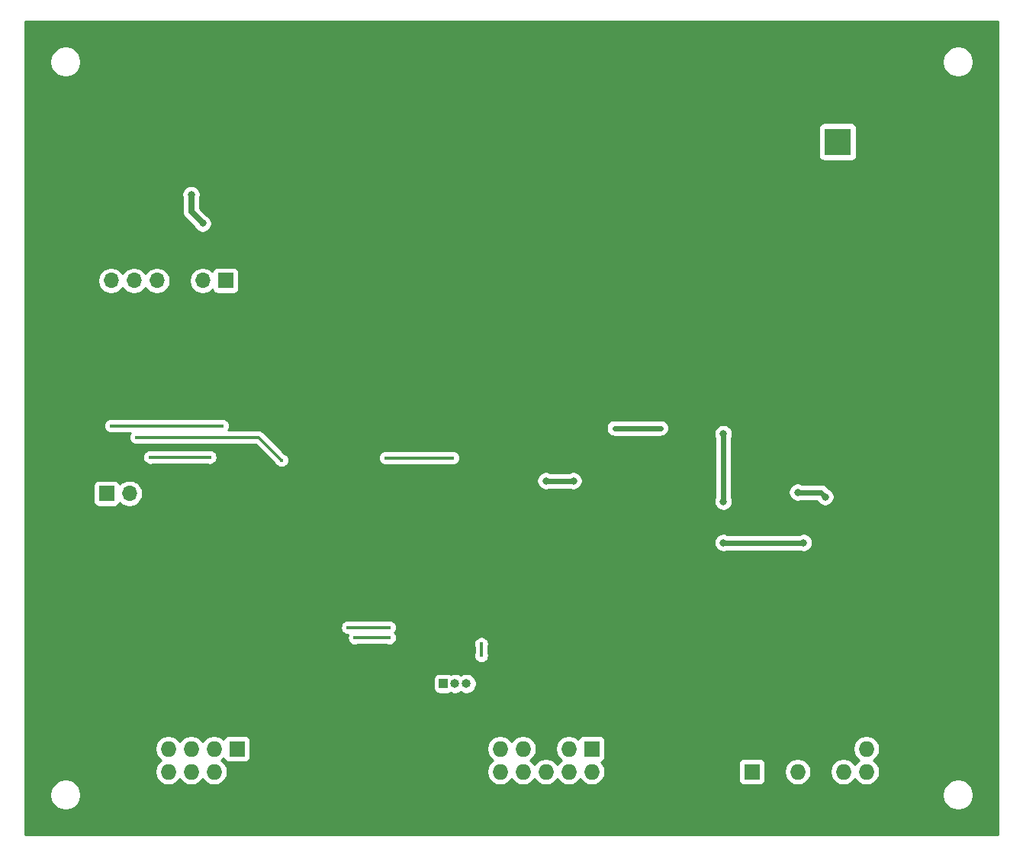
<source format=gbr>
G04 #@! TF.GenerationSoftware,KiCad,Pcbnew,(5.1.5-0-10_14)*
G04 #@! TF.CreationDate,2020-03-04T03:31:15+00:00*
G04 #@! TF.ProjectId,FunctionGeneratorCortexM4,46756e63-7469-46f6-9e47-656e65726174,rev?*
G04 #@! TF.SameCoordinates,Original*
G04 #@! TF.FileFunction,Copper,L2,Bot*
G04 #@! TF.FilePolarity,Positive*
%FSLAX46Y46*%
G04 Gerber Fmt 4.6, Leading zero omitted, Abs format (unit mm)*
G04 Created by KiCad (PCBNEW (5.1.5-0-10_14)) date 2020-03-04 03:31:15*
%MOMM*%
%LPD*%
G04 APERTURE LIST*
%ADD10O,1.727200X1.727200*%
%ADD11R,1.727200X1.727200*%
%ADD12O,1.700000X1.700000*%
%ADD13R,1.700000X1.700000*%
%ADD14O,1.000000X1.000000*%
%ADD15R,1.000000X1.000000*%
%ADD16C,3.000000*%
%ADD17R,3.000000X3.000000*%
%ADD18C,0.400000*%
%ADD19C,0.800000*%
%ADD20C,0.600000*%
%ADD21C,0.300000*%
%ADD22C,0.650000*%
%ADD23C,0.254000*%
G04 APERTURE END LIST*
D10*
X190500000Y-124460000D03*
X190500000Y-127000000D03*
X187960000Y-124460000D03*
X187960000Y-127000000D03*
X185420000Y-124460000D03*
X185420000Y-127000000D03*
X182880000Y-124460000D03*
X182880000Y-127000000D03*
X180340000Y-124460000D03*
X180340000Y-127000000D03*
X177800000Y-124460000D03*
D11*
X177800000Y-127000000D03*
D10*
X147320000Y-127000000D03*
X147320000Y-124460000D03*
X149860000Y-127000000D03*
X149860000Y-124460000D03*
X152400000Y-127000000D03*
X152400000Y-124460000D03*
X154940000Y-127000000D03*
X154940000Y-124460000D03*
X157480000Y-127000000D03*
X157480000Y-124460000D03*
X160020000Y-127000000D03*
D11*
X160020000Y-124460000D03*
D12*
X108712000Y-96139000D03*
D13*
X106172000Y-96139000D03*
D10*
X113030000Y-127000000D03*
X113030000Y-124460000D03*
X115570000Y-127000000D03*
X115570000Y-124460000D03*
X118110000Y-127000000D03*
X118110000Y-124460000D03*
X120650000Y-127000000D03*
D11*
X120650000Y-124460000D03*
D14*
X146113500Y-117221000D03*
X144843500Y-117221000D03*
D15*
X143573500Y-117221000D03*
D12*
X106680000Y-72542400D03*
X109220000Y-72542400D03*
X111760000Y-72542400D03*
X114300000Y-72542400D03*
X116840000Y-72542400D03*
D13*
X119380000Y-72542400D03*
D16*
X182245000Y-57150000D03*
D17*
X187325000Y-57150000D03*
D18*
X162560000Y-88900000D03*
X167640000Y-88900000D03*
D19*
X174625000Y-89535000D03*
X174625000Y-97028000D03*
D18*
X118999000Y-88646000D03*
X106680000Y-88646000D03*
X125603000Y-92456000D03*
X109474000Y-89916000D03*
D19*
X115570000Y-63017400D03*
X116840000Y-66192400D03*
D18*
X137159988Y-92202000D03*
X144589500Y-92202000D03*
X117627400Y-92125800D03*
X111023400Y-92125800D03*
X137541000Y-110998000D03*
X132969000Y-110998000D03*
X145161000Y-96520000D03*
D19*
X146685000Y-92710000D03*
X155575000Y-99060000D03*
X116078000Y-50952400D03*
X140335000Y-70866000D03*
X134620000Y-79756000D03*
X130683000Y-79502000D03*
X120577500Y-76526500D03*
X110617000Y-99695000D03*
D18*
X142113000Y-112776000D03*
X119432000Y-92200000D03*
X123444000Y-81534000D03*
D19*
X174244000Y-67691000D03*
X156464000Y-54610000D03*
X141935200Y-47040800D03*
D18*
X128524000Y-93091000D03*
X133477000Y-87884000D03*
X133477000Y-85979000D03*
D19*
X165354000Y-96266000D03*
X142875000Y-74676000D03*
X139827000Y-74676000D03*
X138430000Y-57150000D03*
X138430000Y-59690000D03*
X138430000Y-62230000D03*
X138430000Y-64770000D03*
X149860000Y-54610000D03*
X149860000Y-57150000D03*
X149860000Y-59690000D03*
X149860000Y-62230000D03*
X149860000Y-64770000D03*
X147320000Y-64770000D03*
X147320000Y-62230000D03*
X147320000Y-59690000D03*
X147320000Y-57150000D03*
X140970000Y-57150000D03*
X140970000Y-59690000D03*
X140970000Y-62230000D03*
X140970000Y-64770000D03*
X145415000Y-62230000D03*
X145415000Y-64770000D03*
X142875000Y-64770000D03*
X142875000Y-62230000D03*
X138430000Y-54610000D03*
X142875000Y-59690000D03*
X145415000Y-59690000D03*
X172974000Y-93980000D03*
X163195000Y-73533000D03*
X175641000Y-60706000D03*
X193929000Y-100711000D03*
X189901500Y-72553500D03*
X136017000Y-48006000D03*
X126873000Y-52705000D03*
X161961500Y-85053500D03*
X181610000Y-109601000D03*
X178435000Y-83312000D03*
X165925500Y-109474000D03*
D18*
X147764500Y-114109500D03*
X147764500Y-112839500D03*
D19*
X182880000Y-96012000D03*
X185928004Y-96520000D03*
X154940000Y-94742000D03*
X157988000Y-94742000D03*
D18*
X133731000Y-112141000D03*
X137541000Y-112141000D03*
X137541000Y-112141000D03*
D19*
X183515000Y-101600000D03*
X174625000Y-101600000D03*
D20*
X162560000Y-88900000D02*
X167640000Y-88900000D01*
X174625000Y-89535000D02*
X174625000Y-97028000D01*
D21*
X112776000Y-88646000D02*
X106680000Y-88646000D01*
X118999000Y-88646000D02*
X112776000Y-88646000D01*
X125603000Y-92456000D02*
X123063000Y-89916000D01*
X123063000Y-89916000D02*
X109756842Y-89916000D01*
X109756842Y-89916000D02*
X109474000Y-89916000D01*
D22*
X115570000Y-63017400D02*
X115570000Y-64922400D01*
X115570000Y-64922400D02*
X116840000Y-66192400D01*
D21*
X137159988Y-92202000D02*
X144589500Y-92202000D01*
X117627400Y-92125800D02*
X111023400Y-92125800D01*
X132969000Y-110998000D02*
X137287000Y-110998000D01*
X137287000Y-110998000D02*
X137541000Y-110998000D01*
X147764500Y-114109500D02*
X147764500Y-112839500D01*
D20*
X182880000Y-96012000D02*
X185420004Y-96012000D01*
X185420004Y-96012000D02*
X185928004Y-96520000D01*
X154940000Y-94742000D02*
X157988000Y-94742000D01*
D21*
X133731000Y-112141000D02*
X137541000Y-112141000D01*
D20*
X183515000Y-101600000D02*
X174625000Y-101600000D01*
D23*
G36*
X205080001Y-133960000D02*
G01*
X97180000Y-133960000D01*
X97180000Y-129369117D01*
X99865000Y-129369117D01*
X99865000Y-129710883D01*
X99931675Y-130046081D01*
X100062463Y-130361831D01*
X100252337Y-130645998D01*
X100494002Y-130887663D01*
X100778169Y-131077537D01*
X101093919Y-131208325D01*
X101429117Y-131275000D01*
X101770883Y-131275000D01*
X102106081Y-131208325D01*
X102421831Y-131077537D01*
X102705998Y-130887663D01*
X102947663Y-130645998D01*
X103137537Y-130361831D01*
X103268325Y-130046081D01*
X103335000Y-129710883D01*
X103335000Y-129369117D01*
X198925000Y-129369117D01*
X198925000Y-129710883D01*
X198991675Y-130046081D01*
X199122463Y-130361831D01*
X199312337Y-130645998D01*
X199554002Y-130887663D01*
X199838169Y-131077537D01*
X200153919Y-131208325D01*
X200489117Y-131275000D01*
X200830883Y-131275000D01*
X201166081Y-131208325D01*
X201481831Y-131077537D01*
X201765998Y-130887663D01*
X202007663Y-130645998D01*
X202197537Y-130361831D01*
X202328325Y-130046081D01*
X202395000Y-129710883D01*
X202395000Y-129369117D01*
X202328325Y-129033919D01*
X202197537Y-128718169D01*
X202007663Y-128434002D01*
X201765998Y-128192337D01*
X201481831Y-128002463D01*
X201166081Y-127871675D01*
X200830883Y-127805000D01*
X200489117Y-127805000D01*
X200153919Y-127871675D01*
X199838169Y-128002463D01*
X199554002Y-128192337D01*
X199312337Y-128434002D01*
X199122463Y-128718169D01*
X198991675Y-129033919D01*
X198925000Y-129369117D01*
X103335000Y-129369117D01*
X103268325Y-129033919D01*
X103137537Y-128718169D01*
X102947663Y-128434002D01*
X102705998Y-128192337D01*
X102421831Y-128002463D01*
X102106081Y-127871675D01*
X101770883Y-127805000D01*
X101429117Y-127805000D01*
X101093919Y-127871675D01*
X100778169Y-128002463D01*
X100494002Y-128192337D01*
X100252337Y-128434002D01*
X100062463Y-128718169D01*
X99931675Y-129033919D01*
X99865000Y-129369117D01*
X97180000Y-129369117D01*
X97180000Y-124312401D01*
X111531400Y-124312401D01*
X111531400Y-124607599D01*
X111588990Y-124897125D01*
X111701958Y-125169853D01*
X111865961Y-125415302D01*
X112074698Y-125624039D01*
X112233281Y-125730000D01*
X112074698Y-125835961D01*
X111865961Y-126044698D01*
X111701958Y-126290147D01*
X111588990Y-126562875D01*
X111531400Y-126852401D01*
X111531400Y-127147599D01*
X111588990Y-127437125D01*
X111701958Y-127709853D01*
X111865961Y-127955302D01*
X112074698Y-128164039D01*
X112320147Y-128328042D01*
X112592875Y-128441010D01*
X112882401Y-128498600D01*
X113177599Y-128498600D01*
X113467125Y-128441010D01*
X113739853Y-128328042D01*
X113985302Y-128164039D01*
X114194039Y-127955302D01*
X114300000Y-127796719D01*
X114405961Y-127955302D01*
X114614698Y-128164039D01*
X114860147Y-128328042D01*
X115132875Y-128441010D01*
X115422401Y-128498600D01*
X115717599Y-128498600D01*
X116007125Y-128441010D01*
X116279853Y-128328042D01*
X116525302Y-128164039D01*
X116734039Y-127955302D01*
X116840000Y-127796719D01*
X116945961Y-127955302D01*
X117154698Y-128164039D01*
X117400147Y-128328042D01*
X117672875Y-128441010D01*
X117962401Y-128498600D01*
X118257599Y-128498600D01*
X118547125Y-128441010D01*
X118819853Y-128328042D01*
X119065302Y-128164039D01*
X119274039Y-127955302D01*
X119438042Y-127709853D01*
X119551010Y-127437125D01*
X119608600Y-127147599D01*
X119608600Y-126852401D01*
X119551010Y-126562875D01*
X119438042Y-126290147D01*
X119274039Y-126044698D01*
X119065302Y-125835961D01*
X118906719Y-125730000D01*
X119065302Y-125624039D01*
X119179364Y-125509977D01*
X119196898Y-125567780D01*
X119255863Y-125678094D01*
X119335215Y-125774785D01*
X119431906Y-125854137D01*
X119542220Y-125913102D01*
X119661918Y-125949412D01*
X119786400Y-125961672D01*
X121513600Y-125961672D01*
X121638082Y-125949412D01*
X121757780Y-125913102D01*
X121868094Y-125854137D01*
X121964785Y-125774785D01*
X122044137Y-125678094D01*
X122103102Y-125567780D01*
X122139412Y-125448082D01*
X122151672Y-125323600D01*
X122151672Y-124312401D01*
X148361400Y-124312401D01*
X148361400Y-124607599D01*
X148418990Y-124897125D01*
X148531958Y-125169853D01*
X148695961Y-125415302D01*
X148904698Y-125624039D01*
X149063281Y-125730000D01*
X148904698Y-125835961D01*
X148695961Y-126044698D01*
X148531958Y-126290147D01*
X148418990Y-126562875D01*
X148361400Y-126852401D01*
X148361400Y-127147599D01*
X148418990Y-127437125D01*
X148531958Y-127709853D01*
X148695961Y-127955302D01*
X148904698Y-128164039D01*
X149150147Y-128328042D01*
X149422875Y-128441010D01*
X149712401Y-128498600D01*
X150007599Y-128498600D01*
X150297125Y-128441010D01*
X150569853Y-128328042D01*
X150815302Y-128164039D01*
X151024039Y-127955302D01*
X151130000Y-127796719D01*
X151235961Y-127955302D01*
X151444698Y-128164039D01*
X151690147Y-128328042D01*
X151962875Y-128441010D01*
X152252401Y-128498600D01*
X152547599Y-128498600D01*
X152837125Y-128441010D01*
X153109853Y-128328042D01*
X153355302Y-128164039D01*
X153564039Y-127955302D01*
X153670000Y-127796719D01*
X153775961Y-127955302D01*
X153984698Y-128164039D01*
X154230147Y-128328042D01*
X154502875Y-128441010D01*
X154792401Y-128498600D01*
X155087599Y-128498600D01*
X155377125Y-128441010D01*
X155649853Y-128328042D01*
X155895302Y-128164039D01*
X156104039Y-127955302D01*
X156210000Y-127796719D01*
X156315961Y-127955302D01*
X156524698Y-128164039D01*
X156770147Y-128328042D01*
X157042875Y-128441010D01*
X157332401Y-128498600D01*
X157627599Y-128498600D01*
X157917125Y-128441010D01*
X158189853Y-128328042D01*
X158435302Y-128164039D01*
X158644039Y-127955302D01*
X158750000Y-127796719D01*
X158855961Y-127955302D01*
X159064698Y-128164039D01*
X159310147Y-128328042D01*
X159582875Y-128441010D01*
X159872401Y-128498600D01*
X160167599Y-128498600D01*
X160457125Y-128441010D01*
X160729853Y-128328042D01*
X160975302Y-128164039D01*
X161184039Y-127955302D01*
X161348042Y-127709853D01*
X161461010Y-127437125D01*
X161518600Y-127147599D01*
X161518600Y-126852401D01*
X161461010Y-126562875D01*
X161348042Y-126290147D01*
X161245313Y-126136400D01*
X176298328Y-126136400D01*
X176298328Y-127863600D01*
X176310588Y-127988082D01*
X176346898Y-128107780D01*
X176405863Y-128218094D01*
X176485215Y-128314785D01*
X176581906Y-128394137D01*
X176692220Y-128453102D01*
X176811918Y-128489412D01*
X176936400Y-128501672D01*
X178663600Y-128501672D01*
X178788082Y-128489412D01*
X178907780Y-128453102D01*
X179018094Y-128394137D01*
X179114785Y-128314785D01*
X179194137Y-128218094D01*
X179253102Y-128107780D01*
X179289412Y-127988082D01*
X179301672Y-127863600D01*
X179301672Y-126852401D01*
X181381400Y-126852401D01*
X181381400Y-127147599D01*
X181438990Y-127437125D01*
X181551958Y-127709853D01*
X181715961Y-127955302D01*
X181924698Y-128164039D01*
X182170147Y-128328042D01*
X182442875Y-128441010D01*
X182732401Y-128498600D01*
X183027599Y-128498600D01*
X183317125Y-128441010D01*
X183589853Y-128328042D01*
X183835302Y-128164039D01*
X184044039Y-127955302D01*
X184208042Y-127709853D01*
X184321010Y-127437125D01*
X184378600Y-127147599D01*
X184378600Y-126852401D01*
X186461400Y-126852401D01*
X186461400Y-127147599D01*
X186518990Y-127437125D01*
X186631958Y-127709853D01*
X186795961Y-127955302D01*
X187004698Y-128164039D01*
X187250147Y-128328042D01*
X187522875Y-128441010D01*
X187812401Y-128498600D01*
X188107599Y-128498600D01*
X188397125Y-128441010D01*
X188669853Y-128328042D01*
X188915302Y-128164039D01*
X189124039Y-127955302D01*
X189230000Y-127796719D01*
X189335961Y-127955302D01*
X189544698Y-128164039D01*
X189790147Y-128328042D01*
X190062875Y-128441010D01*
X190352401Y-128498600D01*
X190647599Y-128498600D01*
X190937125Y-128441010D01*
X191209853Y-128328042D01*
X191455302Y-128164039D01*
X191664039Y-127955302D01*
X191828042Y-127709853D01*
X191941010Y-127437125D01*
X191998600Y-127147599D01*
X191998600Y-126852401D01*
X191941010Y-126562875D01*
X191828042Y-126290147D01*
X191664039Y-126044698D01*
X191455302Y-125835961D01*
X191296719Y-125730000D01*
X191455302Y-125624039D01*
X191664039Y-125415302D01*
X191828042Y-125169853D01*
X191941010Y-124897125D01*
X191998600Y-124607599D01*
X191998600Y-124312401D01*
X191941010Y-124022875D01*
X191828042Y-123750147D01*
X191664039Y-123504698D01*
X191455302Y-123295961D01*
X191209853Y-123131958D01*
X190937125Y-123018990D01*
X190647599Y-122961400D01*
X190352401Y-122961400D01*
X190062875Y-123018990D01*
X189790147Y-123131958D01*
X189544698Y-123295961D01*
X189335961Y-123504698D01*
X189171958Y-123750147D01*
X189058990Y-124022875D01*
X189001400Y-124312401D01*
X189001400Y-124607599D01*
X189058990Y-124897125D01*
X189171958Y-125169853D01*
X189335961Y-125415302D01*
X189544698Y-125624039D01*
X189703281Y-125730000D01*
X189544698Y-125835961D01*
X189335961Y-126044698D01*
X189230000Y-126203281D01*
X189124039Y-126044698D01*
X188915302Y-125835961D01*
X188669853Y-125671958D01*
X188397125Y-125558990D01*
X188107599Y-125501400D01*
X187812401Y-125501400D01*
X187522875Y-125558990D01*
X187250147Y-125671958D01*
X187004698Y-125835961D01*
X186795961Y-126044698D01*
X186631958Y-126290147D01*
X186518990Y-126562875D01*
X186461400Y-126852401D01*
X184378600Y-126852401D01*
X184321010Y-126562875D01*
X184208042Y-126290147D01*
X184044039Y-126044698D01*
X183835302Y-125835961D01*
X183589853Y-125671958D01*
X183317125Y-125558990D01*
X183027599Y-125501400D01*
X182732401Y-125501400D01*
X182442875Y-125558990D01*
X182170147Y-125671958D01*
X181924698Y-125835961D01*
X181715961Y-126044698D01*
X181551958Y-126290147D01*
X181438990Y-126562875D01*
X181381400Y-126852401D01*
X179301672Y-126852401D01*
X179301672Y-126136400D01*
X179289412Y-126011918D01*
X179253102Y-125892220D01*
X179194137Y-125781906D01*
X179114785Y-125685215D01*
X179018094Y-125605863D01*
X178907780Y-125546898D01*
X178788082Y-125510588D01*
X178663600Y-125498328D01*
X176936400Y-125498328D01*
X176811918Y-125510588D01*
X176692220Y-125546898D01*
X176581906Y-125605863D01*
X176485215Y-125685215D01*
X176405863Y-125781906D01*
X176346898Y-125892220D01*
X176310588Y-126011918D01*
X176298328Y-126136400D01*
X161245313Y-126136400D01*
X161184039Y-126044698D01*
X161069977Y-125930636D01*
X161127780Y-125913102D01*
X161238094Y-125854137D01*
X161334785Y-125774785D01*
X161414137Y-125678094D01*
X161473102Y-125567780D01*
X161509412Y-125448082D01*
X161521672Y-125323600D01*
X161521672Y-123596400D01*
X161509412Y-123471918D01*
X161473102Y-123352220D01*
X161414137Y-123241906D01*
X161334785Y-123145215D01*
X161238094Y-123065863D01*
X161127780Y-123006898D01*
X161008082Y-122970588D01*
X160883600Y-122958328D01*
X159156400Y-122958328D01*
X159031918Y-122970588D01*
X158912220Y-123006898D01*
X158801906Y-123065863D01*
X158705215Y-123145215D01*
X158625863Y-123241906D01*
X158566898Y-123352220D01*
X158549364Y-123410023D01*
X158435302Y-123295961D01*
X158189853Y-123131958D01*
X157917125Y-123018990D01*
X157627599Y-122961400D01*
X157332401Y-122961400D01*
X157042875Y-123018990D01*
X156770147Y-123131958D01*
X156524698Y-123295961D01*
X156315961Y-123504698D01*
X156151958Y-123750147D01*
X156038990Y-124022875D01*
X155981400Y-124312401D01*
X155981400Y-124607599D01*
X156038990Y-124897125D01*
X156151958Y-125169853D01*
X156315961Y-125415302D01*
X156524698Y-125624039D01*
X156683281Y-125730000D01*
X156524698Y-125835961D01*
X156315961Y-126044698D01*
X156210000Y-126203281D01*
X156104039Y-126044698D01*
X155895302Y-125835961D01*
X155649853Y-125671958D01*
X155377125Y-125558990D01*
X155087599Y-125501400D01*
X154792401Y-125501400D01*
X154502875Y-125558990D01*
X154230147Y-125671958D01*
X153984698Y-125835961D01*
X153775961Y-126044698D01*
X153670000Y-126203281D01*
X153564039Y-126044698D01*
X153355302Y-125835961D01*
X153196719Y-125730000D01*
X153355302Y-125624039D01*
X153564039Y-125415302D01*
X153728042Y-125169853D01*
X153841010Y-124897125D01*
X153898600Y-124607599D01*
X153898600Y-124312401D01*
X153841010Y-124022875D01*
X153728042Y-123750147D01*
X153564039Y-123504698D01*
X153355302Y-123295961D01*
X153109853Y-123131958D01*
X152837125Y-123018990D01*
X152547599Y-122961400D01*
X152252401Y-122961400D01*
X151962875Y-123018990D01*
X151690147Y-123131958D01*
X151444698Y-123295961D01*
X151235961Y-123504698D01*
X151130000Y-123663281D01*
X151024039Y-123504698D01*
X150815302Y-123295961D01*
X150569853Y-123131958D01*
X150297125Y-123018990D01*
X150007599Y-122961400D01*
X149712401Y-122961400D01*
X149422875Y-123018990D01*
X149150147Y-123131958D01*
X148904698Y-123295961D01*
X148695961Y-123504698D01*
X148531958Y-123750147D01*
X148418990Y-124022875D01*
X148361400Y-124312401D01*
X122151672Y-124312401D01*
X122151672Y-123596400D01*
X122139412Y-123471918D01*
X122103102Y-123352220D01*
X122044137Y-123241906D01*
X121964785Y-123145215D01*
X121868094Y-123065863D01*
X121757780Y-123006898D01*
X121638082Y-122970588D01*
X121513600Y-122958328D01*
X119786400Y-122958328D01*
X119661918Y-122970588D01*
X119542220Y-123006898D01*
X119431906Y-123065863D01*
X119335215Y-123145215D01*
X119255863Y-123241906D01*
X119196898Y-123352220D01*
X119179364Y-123410023D01*
X119065302Y-123295961D01*
X118819853Y-123131958D01*
X118547125Y-123018990D01*
X118257599Y-122961400D01*
X117962401Y-122961400D01*
X117672875Y-123018990D01*
X117400147Y-123131958D01*
X117154698Y-123295961D01*
X116945961Y-123504698D01*
X116840000Y-123663281D01*
X116734039Y-123504698D01*
X116525302Y-123295961D01*
X116279853Y-123131958D01*
X116007125Y-123018990D01*
X115717599Y-122961400D01*
X115422401Y-122961400D01*
X115132875Y-123018990D01*
X114860147Y-123131958D01*
X114614698Y-123295961D01*
X114405961Y-123504698D01*
X114300000Y-123663281D01*
X114194039Y-123504698D01*
X113985302Y-123295961D01*
X113739853Y-123131958D01*
X113467125Y-123018990D01*
X113177599Y-122961400D01*
X112882401Y-122961400D01*
X112592875Y-123018990D01*
X112320147Y-123131958D01*
X112074698Y-123295961D01*
X111865961Y-123504698D01*
X111701958Y-123750147D01*
X111588990Y-124022875D01*
X111531400Y-124312401D01*
X97180000Y-124312401D01*
X97180000Y-116721000D01*
X142435428Y-116721000D01*
X142435428Y-117721000D01*
X142447688Y-117845482D01*
X142483998Y-117965180D01*
X142542963Y-118075494D01*
X142622315Y-118172185D01*
X142719006Y-118251537D01*
X142829320Y-118310502D01*
X142949018Y-118346812D01*
X143073500Y-118359072D01*
X144073500Y-118359072D01*
X144197982Y-118346812D01*
X144317680Y-118310502D01*
X144400726Y-118266112D01*
X144512433Y-118312383D01*
X144731712Y-118356000D01*
X144955288Y-118356000D01*
X145174567Y-118312383D01*
X145381124Y-118226824D01*
X145478500Y-118161759D01*
X145575876Y-118226824D01*
X145782433Y-118312383D01*
X146001712Y-118356000D01*
X146225288Y-118356000D01*
X146444567Y-118312383D01*
X146651124Y-118226824D01*
X146837020Y-118102612D01*
X146995112Y-117944520D01*
X147119324Y-117758624D01*
X147204883Y-117552067D01*
X147248500Y-117332788D01*
X147248500Y-117109212D01*
X147204883Y-116889933D01*
X147119324Y-116683376D01*
X146995112Y-116497480D01*
X146837020Y-116339388D01*
X146651124Y-116215176D01*
X146444567Y-116129617D01*
X146225288Y-116086000D01*
X146001712Y-116086000D01*
X145782433Y-116129617D01*
X145575876Y-116215176D01*
X145478500Y-116280241D01*
X145381124Y-116215176D01*
X145174567Y-116129617D01*
X144955288Y-116086000D01*
X144731712Y-116086000D01*
X144512433Y-116129617D01*
X144400726Y-116175888D01*
X144317680Y-116131498D01*
X144197982Y-116095188D01*
X144073500Y-116082928D01*
X143073500Y-116082928D01*
X142949018Y-116095188D01*
X142829320Y-116131498D01*
X142719006Y-116190463D01*
X142622315Y-116269815D01*
X142542963Y-116366506D01*
X142483998Y-116476820D01*
X142447688Y-116596518D01*
X142435428Y-116721000D01*
X97180000Y-116721000D01*
X97180000Y-110915760D01*
X132134000Y-110915760D01*
X132134000Y-111080240D01*
X132166089Y-111241560D01*
X132229033Y-111393521D01*
X132320413Y-111530281D01*
X132436719Y-111646587D01*
X132573479Y-111737967D01*
X132725440Y-111800911D01*
X132886760Y-111833000D01*
X132954781Y-111833000D01*
X132928089Y-111897440D01*
X132896000Y-112058760D01*
X132896000Y-112223240D01*
X132928089Y-112384560D01*
X132991033Y-112536521D01*
X133082413Y-112673281D01*
X133198719Y-112789587D01*
X133335479Y-112880967D01*
X133487440Y-112943911D01*
X133648760Y-112976000D01*
X133813240Y-112976000D01*
X133974560Y-112943911D01*
X134017801Y-112926000D01*
X137254199Y-112926000D01*
X137297440Y-112943911D01*
X137458760Y-112976000D01*
X137623240Y-112976000D01*
X137784560Y-112943911D01*
X137936521Y-112880967D01*
X138073281Y-112789587D01*
X138105608Y-112757260D01*
X146929500Y-112757260D01*
X146929500Y-112921740D01*
X146961589Y-113083060D01*
X146979501Y-113126303D01*
X146979500Y-113822698D01*
X146961589Y-113865940D01*
X146929500Y-114027260D01*
X146929500Y-114191740D01*
X146961589Y-114353060D01*
X147024533Y-114505021D01*
X147115913Y-114641781D01*
X147232219Y-114758087D01*
X147368979Y-114849467D01*
X147520940Y-114912411D01*
X147682260Y-114944500D01*
X147846740Y-114944500D01*
X148008060Y-114912411D01*
X148160021Y-114849467D01*
X148296781Y-114758087D01*
X148413087Y-114641781D01*
X148504467Y-114505021D01*
X148567411Y-114353060D01*
X148599500Y-114191740D01*
X148599500Y-114027260D01*
X148567411Y-113865940D01*
X148549500Y-113822699D01*
X148549500Y-113126301D01*
X148567411Y-113083060D01*
X148599500Y-112921740D01*
X148599500Y-112757260D01*
X148567411Y-112595940D01*
X148504467Y-112443979D01*
X148413087Y-112307219D01*
X148296781Y-112190913D01*
X148160021Y-112099533D01*
X148008060Y-112036589D01*
X147846740Y-112004500D01*
X147682260Y-112004500D01*
X147520940Y-112036589D01*
X147368979Y-112099533D01*
X147232219Y-112190913D01*
X147115913Y-112307219D01*
X147024533Y-112443979D01*
X146961589Y-112595940D01*
X146929500Y-112757260D01*
X138105608Y-112757260D01*
X138189587Y-112673281D01*
X138280967Y-112536521D01*
X138343911Y-112384560D01*
X138376000Y-112223240D01*
X138376000Y-112058760D01*
X138343911Y-111897440D01*
X138280967Y-111745479D01*
X138189587Y-111608719D01*
X138150368Y-111569500D01*
X138189587Y-111530281D01*
X138280967Y-111393521D01*
X138343911Y-111241560D01*
X138376000Y-111080240D01*
X138376000Y-110915760D01*
X138343911Y-110754440D01*
X138280967Y-110602479D01*
X138189587Y-110465719D01*
X138073281Y-110349413D01*
X137936521Y-110258033D01*
X137784560Y-110195089D01*
X137623240Y-110163000D01*
X137458760Y-110163000D01*
X137297440Y-110195089D01*
X137254199Y-110213000D01*
X133255801Y-110213000D01*
X133212560Y-110195089D01*
X133051240Y-110163000D01*
X132886760Y-110163000D01*
X132725440Y-110195089D01*
X132573479Y-110258033D01*
X132436719Y-110349413D01*
X132320413Y-110465719D01*
X132229033Y-110602479D01*
X132166089Y-110754440D01*
X132134000Y-110915760D01*
X97180000Y-110915760D01*
X97180000Y-101498061D01*
X173590000Y-101498061D01*
X173590000Y-101701939D01*
X173629774Y-101901898D01*
X173707795Y-102090256D01*
X173821063Y-102259774D01*
X173965226Y-102403937D01*
X174134744Y-102517205D01*
X174323102Y-102595226D01*
X174523061Y-102635000D01*
X174726939Y-102635000D01*
X174926898Y-102595226D01*
X175072295Y-102535000D01*
X183067705Y-102535000D01*
X183213102Y-102595226D01*
X183413061Y-102635000D01*
X183616939Y-102635000D01*
X183816898Y-102595226D01*
X184005256Y-102517205D01*
X184174774Y-102403937D01*
X184318937Y-102259774D01*
X184432205Y-102090256D01*
X184510226Y-101901898D01*
X184550000Y-101701939D01*
X184550000Y-101498061D01*
X184510226Y-101298102D01*
X184432205Y-101109744D01*
X184318937Y-100940226D01*
X184174774Y-100796063D01*
X184005256Y-100682795D01*
X183816898Y-100604774D01*
X183616939Y-100565000D01*
X183413061Y-100565000D01*
X183213102Y-100604774D01*
X183067705Y-100665000D01*
X175072295Y-100665000D01*
X174926898Y-100604774D01*
X174726939Y-100565000D01*
X174523061Y-100565000D01*
X174323102Y-100604774D01*
X174134744Y-100682795D01*
X173965226Y-100796063D01*
X173821063Y-100940226D01*
X173707795Y-101109744D01*
X173629774Y-101298102D01*
X173590000Y-101498061D01*
X97180000Y-101498061D01*
X97180000Y-95289000D01*
X104683928Y-95289000D01*
X104683928Y-96989000D01*
X104696188Y-97113482D01*
X104732498Y-97233180D01*
X104791463Y-97343494D01*
X104870815Y-97440185D01*
X104967506Y-97519537D01*
X105077820Y-97578502D01*
X105197518Y-97614812D01*
X105322000Y-97627072D01*
X107022000Y-97627072D01*
X107146482Y-97614812D01*
X107266180Y-97578502D01*
X107376494Y-97519537D01*
X107473185Y-97440185D01*
X107552537Y-97343494D01*
X107611502Y-97233180D01*
X107633513Y-97160620D01*
X107765368Y-97292475D01*
X108008589Y-97454990D01*
X108278842Y-97566932D01*
X108565740Y-97624000D01*
X108858260Y-97624000D01*
X109145158Y-97566932D01*
X109415411Y-97454990D01*
X109658632Y-97292475D01*
X109865475Y-97085632D01*
X110027990Y-96842411D01*
X110139932Y-96572158D01*
X110197000Y-96285260D01*
X110197000Y-95992740D01*
X110139932Y-95705842D01*
X110027990Y-95435589D01*
X109865475Y-95192368D01*
X109658632Y-94985525D01*
X109415411Y-94823010D01*
X109145158Y-94711068D01*
X108858260Y-94654000D01*
X108565740Y-94654000D01*
X108278842Y-94711068D01*
X108008589Y-94823010D01*
X107765368Y-94985525D01*
X107633513Y-95117380D01*
X107611502Y-95044820D01*
X107552537Y-94934506D01*
X107473185Y-94837815D01*
X107376494Y-94758463D01*
X107266180Y-94699498D01*
X107146482Y-94663188D01*
X107022000Y-94650928D01*
X105322000Y-94650928D01*
X105197518Y-94663188D01*
X105077820Y-94699498D01*
X104967506Y-94758463D01*
X104870815Y-94837815D01*
X104791463Y-94934506D01*
X104732498Y-95044820D01*
X104696188Y-95164518D01*
X104683928Y-95289000D01*
X97180000Y-95289000D01*
X97180000Y-94640061D01*
X153905000Y-94640061D01*
X153905000Y-94843939D01*
X153944774Y-95043898D01*
X154022795Y-95232256D01*
X154136063Y-95401774D01*
X154280226Y-95545937D01*
X154449744Y-95659205D01*
X154638102Y-95737226D01*
X154838061Y-95777000D01*
X155041939Y-95777000D01*
X155241898Y-95737226D01*
X155387295Y-95677000D01*
X157540705Y-95677000D01*
X157686102Y-95737226D01*
X157886061Y-95777000D01*
X158089939Y-95777000D01*
X158289898Y-95737226D01*
X158478256Y-95659205D01*
X158647774Y-95545937D01*
X158791937Y-95401774D01*
X158905205Y-95232256D01*
X158983226Y-95043898D01*
X159023000Y-94843939D01*
X159023000Y-94640061D01*
X158983226Y-94440102D01*
X158905205Y-94251744D01*
X158791937Y-94082226D01*
X158647774Y-93938063D01*
X158478256Y-93824795D01*
X158289898Y-93746774D01*
X158089939Y-93707000D01*
X157886061Y-93707000D01*
X157686102Y-93746774D01*
X157540705Y-93807000D01*
X155387295Y-93807000D01*
X155241898Y-93746774D01*
X155041939Y-93707000D01*
X154838061Y-93707000D01*
X154638102Y-93746774D01*
X154449744Y-93824795D01*
X154280226Y-93938063D01*
X154136063Y-94082226D01*
X154022795Y-94251744D01*
X153944774Y-94440102D01*
X153905000Y-94640061D01*
X97180000Y-94640061D01*
X97180000Y-92043560D01*
X110188400Y-92043560D01*
X110188400Y-92208040D01*
X110220489Y-92369360D01*
X110283433Y-92521321D01*
X110374813Y-92658081D01*
X110491119Y-92774387D01*
X110627879Y-92865767D01*
X110779840Y-92928711D01*
X110941160Y-92960800D01*
X111105640Y-92960800D01*
X111266960Y-92928711D01*
X111310201Y-92910800D01*
X117340599Y-92910800D01*
X117383840Y-92928711D01*
X117545160Y-92960800D01*
X117709640Y-92960800D01*
X117870960Y-92928711D01*
X118022921Y-92865767D01*
X118159681Y-92774387D01*
X118275987Y-92658081D01*
X118367367Y-92521321D01*
X118430311Y-92369360D01*
X118462400Y-92208040D01*
X118462400Y-92043560D01*
X118430311Y-91882240D01*
X118367367Y-91730279D01*
X118275987Y-91593519D01*
X118159681Y-91477213D01*
X118022921Y-91385833D01*
X117870960Y-91322889D01*
X117709640Y-91290800D01*
X117545160Y-91290800D01*
X117383840Y-91322889D01*
X117340599Y-91340800D01*
X111310201Y-91340800D01*
X111266960Y-91322889D01*
X111105640Y-91290800D01*
X110941160Y-91290800D01*
X110779840Y-91322889D01*
X110627879Y-91385833D01*
X110491119Y-91477213D01*
X110374813Y-91593519D01*
X110283433Y-91730279D01*
X110220489Y-91882240D01*
X110188400Y-92043560D01*
X97180000Y-92043560D01*
X97180000Y-88563760D01*
X105845000Y-88563760D01*
X105845000Y-88728240D01*
X105877089Y-88889560D01*
X105940033Y-89041521D01*
X106031413Y-89178281D01*
X106147719Y-89294587D01*
X106284479Y-89385967D01*
X106436440Y-89448911D01*
X106597760Y-89481000D01*
X106762240Y-89481000D01*
X106923560Y-89448911D01*
X106966801Y-89431000D01*
X108793821Y-89431000D01*
X108734033Y-89520479D01*
X108671089Y-89672440D01*
X108639000Y-89833760D01*
X108639000Y-89998240D01*
X108671089Y-90159560D01*
X108734033Y-90311521D01*
X108825413Y-90448281D01*
X108941719Y-90564587D01*
X109078479Y-90655967D01*
X109230440Y-90718911D01*
X109391760Y-90751000D01*
X109556240Y-90751000D01*
X109717560Y-90718911D01*
X109760801Y-90701000D01*
X122737843Y-90701000D01*
X124845122Y-92808280D01*
X124863033Y-92851521D01*
X124954413Y-92988281D01*
X125070719Y-93104587D01*
X125207479Y-93195967D01*
X125359440Y-93258911D01*
X125520760Y-93291000D01*
X125685240Y-93291000D01*
X125846560Y-93258911D01*
X125998521Y-93195967D01*
X126135281Y-93104587D01*
X126251587Y-92988281D01*
X126342967Y-92851521D01*
X126405911Y-92699560D01*
X126438000Y-92538240D01*
X126438000Y-92373760D01*
X126405911Y-92212440D01*
X126367522Y-92119760D01*
X136324988Y-92119760D01*
X136324988Y-92284240D01*
X136357077Y-92445560D01*
X136420021Y-92597521D01*
X136511401Y-92734281D01*
X136627707Y-92850587D01*
X136764467Y-92941967D01*
X136916428Y-93004911D01*
X137077748Y-93037000D01*
X137242228Y-93037000D01*
X137403548Y-93004911D01*
X137446789Y-92987000D01*
X144302699Y-92987000D01*
X144345940Y-93004911D01*
X144507260Y-93037000D01*
X144671740Y-93037000D01*
X144833060Y-93004911D01*
X144985021Y-92941967D01*
X145121781Y-92850587D01*
X145238087Y-92734281D01*
X145329467Y-92597521D01*
X145392411Y-92445560D01*
X145424500Y-92284240D01*
X145424500Y-92119760D01*
X145392411Y-91958440D01*
X145329467Y-91806479D01*
X145238087Y-91669719D01*
X145121781Y-91553413D01*
X144985021Y-91462033D01*
X144833060Y-91399089D01*
X144671740Y-91367000D01*
X144507260Y-91367000D01*
X144345940Y-91399089D01*
X144302699Y-91417000D01*
X137446789Y-91417000D01*
X137403548Y-91399089D01*
X137242228Y-91367000D01*
X137077748Y-91367000D01*
X136916428Y-91399089D01*
X136764467Y-91462033D01*
X136627707Y-91553413D01*
X136511401Y-91669719D01*
X136420021Y-91806479D01*
X136357077Y-91958440D01*
X136324988Y-92119760D01*
X126367522Y-92119760D01*
X126342967Y-92060479D01*
X126251587Y-91923719D01*
X126135281Y-91807413D01*
X125998521Y-91716033D01*
X125955280Y-91698122D01*
X123645347Y-89388190D01*
X123620764Y-89358236D01*
X123501233Y-89260138D01*
X123364860Y-89187246D01*
X123216887Y-89142359D01*
X123101561Y-89131000D01*
X123101553Y-89131000D01*
X123063000Y-89127203D01*
X123024447Y-89131000D01*
X119679179Y-89131000D01*
X119738967Y-89041521D01*
X119797586Y-88900000D01*
X161620476Y-88900000D01*
X161638529Y-89083292D01*
X161691993Y-89259540D01*
X161778814Y-89421972D01*
X161895656Y-89564344D01*
X162038028Y-89681186D01*
X162200460Y-89768007D01*
X162376708Y-89821471D01*
X162514068Y-89835000D01*
X167685932Y-89835000D01*
X167823292Y-89821471D01*
X167999540Y-89768007D01*
X168161972Y-89681186D01*
X168304344Y-89564344D01*
X168412085Y-89433061D01*
X173590000Y-89433061D01*
X173590000Y-89636939D01*
X173629774Y-89836898D01*
X173690000Y-89982296D01*
X173690001Y-96580702D01*
X173629774Y-96726102D01*
X173590000Y-96926061D01*
X173590000Y-97129939D01*
X173629774Y-97329898D01*
X173707795Y-97518256D01*
X173821063Y-97687774D01*
X173965226Y-97831937D01*
X174134744Y-97945205D01*
X174323102Y-98023226D01*
X174523061Y-98063000D01*
X174726939Y-98063000D01*
X174926898Y-98023226D01*
X175115256Y-97945205D01*
X175284774Y-97831937D01*
X175428937Y-97687774D01*
X175542205Y-97518256D01*
X175620226Y-97329898D01*
X175660000Y-97129939D01*
X175660000Y-96926061D01*
X175620226Y-96726102D01*
X175560000Y-96580705D01*
X175560000Y-95910061D01*
X181845000Y-95910061D01*
X181845000Y-96113939D01*
X181884774Y-96313898D01*
X181962795Y-96502256D01*
X182076063Y-96671774D01*
X182220226Y-96815937D01*
X182389744Y-96929205D01*
X182578102Y-97007226D01*
X182778061Y-97047000D01*
X182981939Y-97047000D01*
X183181898Y-97007226D01*
X183327295Y-96947000D01*
X184984597Y-96947000D01*
X185010799Y-97010256D01*
X185124067Y-97179774D01*
X185268230Y-97323937D01*
X185437748Y-97437205D01*
X185626106Y-97515226D01*
X185826065Y-97555000D01*
X186029943Y-97555000D01*
X186229902Y-97515226D01*
X186418260Y-97437205D01*
X186587778Y-97323937D01*
X186731941Y-97179774D01*
X186845209Y-97010256D01*
X186923230Y-96821898D01*
X186963004Y-96621939D01*
X186963004Y-96418061D01*
X186923230Y-96218102D01*
X186845209Y-96029744D01*
X186731941Y-95860226D01*
X186587778Y-95716063D01*
X186418260Y-95602795D01*
X186272862Y-95542569D01*
X186113634Y-95383341D01*
X186084348Y-95347656D01*
X185941976Y-95230814D01*
X185779544Y-95143993D01*
X185603296Y-95090529D01*
X185465936Y-95077000D01*
X185420004Y-95072476D01*
X185374072Y-95077000D01*
X183327295Y-95077000D01*
X183181898Y-95016774D01*
X182981939Y-94977000D01*
X182778061Y-94977000D01*
X182578102Y-95016774D01*
X182389744Y-95094795D01*
X182220226Y-95208063D01*
X182076063Y-95352226D01*
X181962795Y-95521744D01*
X181884774Y-95710102D01*
X181845000Y-95910061D01*
X175560000Y-95910061D01*
X175560000Y-89982295D01*
X175620226Y-89836898D01*
X175660000Y-89636939D01*
X175660000Y-89433061D01*
X175620226Y-89233102D01*
X175542205Y-89044744D01*
X175428937Y-88875226D01*
X175284774Y-88731063D01*
X175115256Y-88617795D01*
X174926898Y-88539774D01*
X174726939Y-88500000D01*
X174523061Y-88500000D01*
X174323102Y-88539774D01*
X174134744Y-88617795D01*
X173965226Y-88731063D01*
X173821063Y-88875226D01*
X173707795Y-89044744D01*
X173629774Y-89233102D01*
X173590000Y-89433061D01*
X168412085Y-89433061D01*
X168421186Y-89421972D01*
X168508007Y-89259540D01*
X168561471Y-89083292D01*
X168579524Y-88900000D01*
X168561471Y-88716708D01*
X168508007Y-88540460D01*
X168421186Y-88378028D01*
X168304344Y-88235656D01*
X168161972Y-88118814D01*
X167999540Y-88031993D01*
X167823292Y-87978529D01*
X167685932Y-87965000D01*
X162514068Y-87965000D01*
X162376708Y-87978529D01*
X162200460Y-88031993D01*
X162038028Y-88118814D01*
X161895656Y-88235656D01*
X161778814Y-88378028D01*
X161691993Y-88540460D01*
X161638529Y-88716708D01*
X161620476Y-88900000D01*
X119797586Y-88900000D01*
X119801911Y-88889560D01*
X119834000Y-88728240D01*
X119834000Y-88563760D01*
X119801911Y-88402440D01*
X119738967Y-88250479D01*
X119647587Y-88113719D01*
X119531281Y-87997413D01*
X119394521Y-87906033D01*
X119242560Y-87843089D01*
X119081240Y-87811000D01*
X118916760Y-87811000D01*
X118755440Y-87843089D01*
X118712199Y-87861000D01*
X106966801Y-87861000D01*
X106923560Y-87843089D01*
X106762240Y-87811000D01*
X106597760Y-87811000D01*
X106436440Y-87843089D01*
X106284479Y-87906033D01*
X106147719Y-87997413D01*
X106031413Y-88113719D01*
X105940033Y-88250479D01*
X105877089Y-88402440D01*
X105845000Y-88563760D01*
X97180000Y-88563760D01*
X97180000Y-72396140D01*
X105195000Y-72396140D01*
X105195000Y-72688660D01*
X105252068Y-72975558D01*
X105364010Y-73245811D01*
X105526525Y-73489032D01*
X105733368Y-73695875D01*
X105976589Y-73858390D01*
X106246842Y-73970332D01*
X106533740Y-74027400D01*
X106826260Y-74027400D01*
X107113158Y-73970332D01*
X107383411Y-73858390D01*
X107626632Y-73695875D01*
X107833475Y-73489032D01*
X107950000Y-73314640D01*
X108066525Y-73489032D01*
X108273368Y-73695875D01*
X108516589Y-73858390D01*
X108786842Y-73970332D01*
X109073740Y-74027400D01*
X109366260Y-74027400D01*
X109653158Y-73970332D01*
X109923411Y-73858390D01*
X110166632Y-73695875D01*
X110373475Y-73489032D01*
X110490000Y-73314640D01*
X110606525Y-73489032D01*
X110813368Y-73695875D01*
X111056589Y-73858390D01*
X111326842Y-73970332D01*
X111613740Y-74027400D01*
X111906260Y-74027400D01*
X112193158Y-73970332D01*
X112463411Y-73858390D01*
X112706632Y-73695875D01*
X112913475Y-73489032D01*
X113075990Y-73245811D01*
X113187932Y-72975558D01*
X113245000Y-72688660D01*
X113245000Y-72396140D01*
X115355000Y-72396140D01*
X115355000Y-72688660D01*
X115412068Y-72975558D01*
X115524010Y-73245811D01*
X115686525Y-73489032D01*
X115893368Y-73695875D01*
X116136589Y-73858390D01*
X116406842Y-73970332D01*
X116693740Y-74027400D01*
X116986260Y-74027400D01*
X117273158Y-73970332D01*
X117543411Y-73858390D01*
X117786632Y-73695875D01*
X117918487Y-73564020D01*
X117940498Y-73636580D01*
X117999463Y-73746894D01*
X118078815Y-73843585D01*
X118175506Y-73922937D01*
X118285820Y-73981902D01*
X118405518Y-74018212D01*
X118530000Y-74030472D01*
X120230000Y-74030472D01*
X120354482Y-74018212D01*
X120474180Y-73981902D01*
X120584494Y-73922937D01*
X120681185Y-73843585D01*
X120760537Y-73746894D01*
X120819502Y-73636580D01*
X120855812Y-73516882D01*
X120868072Y-73392400D01*
X120868072Y-71692400D01*
X120855812Y-71567918D01*
X120819502Y-71448220D01*
X120760537Y-71337906D01*
X120681185Y-71241215D01*
X120584494Y-71161863D01*
X120474180Y-71102898D01*
X120354482Y-71066588D01*
X120230000Y-71054328D01*
X118530000Y-71054328D01*
X118405518Y-71066588D01*
X118285820Y-71102898D01*
X118175506Y-71161863D01*
X118078815Y-71241215D01*
X117999463Y-71337906D01*
X117940498Y-71448220D01*
X117918487Y-71520780D01*
X117786632Y-71388925D01*
X117543411Y-71226410D01*
X117273158Y-71114468D01*
X116986260Y-71057400D01*
X116693740Y-71057400D01*
X116406842Y-71114468D01*
X116136589Y-71226410D01*
X115893368Y-71388925D01*
X115686525Y-71595768D01*
X115524010Y-71838989D01*
X115412068Y-72109242D01*
X115355000Y-72396140D01*
X113245000Y-72396140D01*
X113187932Y-72109242D01*
X113075990Y-71838989D01*
X112913475Y-71595768D01*
X112706632Y-71388925D01*
X112463411Y-71226410D01*
X112193158Y-71114468D01*
X111906260Y-71057400D01*
X111613740Y-71057400D01*
X111326842Y-71114468D01*
X111056589Y-71226410D01*
X110813368Y-71388925D01*
X110606525Y-71595768D01*
X110490000Y-71770160D01*
X110373475Y-71595768D01*
X110166632Y-71388925D01*
X109923411Y-71226410D01*
X109653158Y-71114468D01*
X109366260Y-71057400D01*
X109073740Y-71057400D01*
X108786842Y-71114468D01*
X108516589Y-71226410D01*
X108273368Y-71388925D01*
X108066525Y-71595768D01*
X107950000Y-71770160D01*
X107833475Y-71595768D01*
X107626632Y-71388925D01*
X107383411Y-71226410D01*
X107113158Y-71114468D01*
X106826260Y-71057400D01*
X106533740Y-71057400D01*
X106246842Y-71114468D01*
X105976589Y-71226410D01*
X105733368Y-71388925D01*
X105526525Y-71595768D01*
X105364010Y-71838989D01*
X105252068Y-72109242D01*
X105195000Y-72396140D01*
X97180000Y-72396140D01*
X97180000Y-62915461D01*
X114535000Y-62915461D01*
X114535000Y-63119339D01*
X114574774Y-63319298D01*
X114610000Y-63404341D01*
X114610001Y-64875238D01*
X114605356Y-64922400D01*
X114623891Y-65110592D01*
X114678784Y-65291553D01*
X114767927Y-65458328D01*
X114857829Y-65567873D01*
X114887894Y-65604507D01*
X114924526Y-65634570D01*
X115887569Y-66597614D01*
X115922795Y-66682656D01*
X116036063Y-66852174D01*
X116180226Y-66996337D01*
X116349744Y-67109605D01*
X116538102Y-67187626D01*
X116738061Y-67227400D01*
X116941939Y-67227400D01*
X117141898Y-67187626D01*
X117330256Y-67109605D01*
X117499774Y-66996337D01*
X117643937Y-66852174D01*
X117757205Y-66682656D01*
X117835226Y-66494298D01*
X117875000Y-66294339D01*
X117875000Y-66090461D01*
X117835226Y-65890502D01*
X117757205Y-65702144D01*
X117643937Y-65532626D01*
X117499774Y-65388463D01*
X117330256Y-65275195D01*
X117245214Y-65239969D01*
X116530000Y-64524756D01*
X116530000Y-63404340D01*
X116565226Y-63319298D01*
X116605000Y-63119339D01*
X116605000Y-62915461D01*
X116565226Y-62715502D01*
X116487205Y-62527144D01*
X116373937Y-62357626D01*
X116229774Y-62213463D01*
X116060256Y-62100195D01*
X115871898Y-62022174D01*
X115671939Y-61982400D01*
X115468061Y-61982400D01*
X115268102Y-62022174D01*
X115079744Y-62100195D01*
X114910226Y-62213463D01*
X114766063Y-62357626D01*
X114652795Y-62527144D01*
X114574774Y-62715502D01*
X114535000Y-62915461D01*
X97180000Y-62915461D01*
X97180000Y-55650000D01*
X185186928Y-55650000D01*
X185186928Y-58650000D01*
X185199188Y-58774482D01*
X185235498Y-58894180D01*
X185294463Y-59004494D01*
X185373815Y-59101185D01*
X185470506Y-59180537D01*
X185580820Y-59239502D01*
X185700518Y-59275812D01*
X185825000Y-59288072D01*
X188825000Y-59288072D01*
X188949482Y-59275812D01*
X189069180Y-59239502D01*
X189179494Y-59180537D01*
X189276185Y-59101185D01*
X189355537Y-59004494D01*
X189414502Y-58894180D01*
X189450812Y-58774482D01*
X189463072Y-58650000D01*
X189463072Y-55650000D01*
X189450812Y-55525518D01*
X189414502Y-55405820D01*
X189355537Y-55295506D01*
X189276185Y-55198815D01*
X189179494Y-55119463D01*
X189069180Y-55060498D01*
X188949482Y-55024188D01*
X188825000Y-55011928D01*
X185825000Y-55011928D01*
X185700518Y-55024188D01*
X185580820Y-55060498D01*
X185470506Y-55119463D01*
X185373815Y-55198815D01*
X185294463Y-55295506D01*
X185235498Y-55405820D01*
X185199188Y-55525518D01*
X185186928Y-55650000D01*
X97180000Y-55650000D01*
X97180000Y-48089117D01*
X99865000Y-48089117D01*
X99865000Y-48430883D01*
X99931675Y-48766081D01*
X100062463Y-49081831D01*
X100252337Y-49365998D01*
X100494002Y-49607663D01*
X100778169Y-49797537D01*
X101093919Y-49928325D01*
X101429117Y-49995000D01*
X101770883Y-49995000D01*
X102106081Y-49928325D01*
X102421831Y-49797537D01*
X102705998Y-49607663D01*
X102947663Y-49365998D01*
X103137537Y-49081831D01*
X103268325Y-48766081D01*
X103335000Y-48430883D01*
X103335000Y-48089117D01*
X198925000Y-48089117D01*
X198925000Y-48430883D01*
X198991675Y-48766081D01*
X199122463Y-49081831D01*
X199312337Y-49365998D01*
X199554002Y-49607663D01*
X199838169Y-49797537D01*
X200153919Y-49928325D01*
X200489117Y-49995000D01*
X200830883Y-49995000D01*
X201166081Y-49928325D01*
X201481831Y-49797537D01*
X201765998Y-49607663D01*
X202007663Y-49365998D01*
X202197537Y-49081831D01*
X202328325Y-48766081D01*
X202395000Y-48430883D01*
X202395000Y-48089117D01*
X202328325Y-47753919D01*
X202197537Y-47438169D01*
X202007663Y-47154002D01*
X201765998Y-46912337D01*
X201481831Y-46722463D01*
X201166081Y-46591675D01*
X200830883Y-46525000D01*
X200489117Y-46525000D01*
X200153919Y-46591675D01*
X199838169Y-46722463D01*
X199554002Y-46912337D01*
X199312337Y-47154002D01*
X199122463Y-47438169D01*
X198991675Y-47753919D01*
X198925000Y-48089117D01*
X103335000Y-48089117D01*
X103268325Y-47753919D01*
X103137537Y-47438169D01*
X102947663Y-47154002D01*
X102705998Y-46912337D01*
X102421831Y-46722463D01*
X102106081Y-46591675D01*
X101770883Y-46525000D01*
X101429117Y-46525000D01*
X101093919Y-46591675D01*
X100778169Y-46722463D01*
X100494002Y-46912337D01*
X100252337Y-47154002D01*
X100062463Y-47438169D01*
X99931675Y-47753919D01*
X99865000Y-48089117D01*
X97180000Y-48089117D01*
X97180000Y-43840000D01*
X205080000Y-43840000D01*
X205080001Y-133960000D01*
G37*
X205080001Y-133960000D02*
X97180000Y-133960000D01*
X97180000Y-129369117D01*
X99865000Y-129369117D01*
X99865000Y-129710883D01*
X99931675Y-130046081D01*
X100062463Y-130361831D01*
X100252337Y-130645998D01*
X100494002Y-130887663D01*
X100778169Y-131077537D01*
X101093919Y-131208325D01*
X101429117Y-131275000D01*
X101770883Y-131275000D01*
X102106081Y-131208325D01*
X102421831Y-131077537D01*
X102705998Y-130887663D01*
X102947663Y-130645998D01*
X103137537Y-130361831D01*
X103268325Y-130046081D01*
X103335000Y-129710883D01*
X103335000Y-129369117D01*
X198925000Y-129369117D01*
X198925000Y-129710883D01*
X198991675Y-130046081D01*
X199122463Y-130361831D01*
X199312337Y-130645998D01*
X199554002Y-130887663D01*
X199838169Y-131077537D01*
X200153919Y-131208325D01*
X200489117Y-131275000D01*
X200830883Y-131275000D01*
X201166081Y-131208325D01*
X201481831Y-131077537D01*
X201765998Y-130887663D01*
X202007663Y-130645998D01*
X202197537Y-130361831D01*
X202328325Y-130046081D01*
X202395000Y-129710883D01*
X202395000Y-129369117D01*
X202328325Y-129033919D01*
X202197537Y-128718169D01*
X202007663Y-128434002D01*
X201765998Y-128192337D01*
X201481831Y-128002463D01*
X201166081Y-127871675D01*
X200830883Y-127805000D01*
X200489117Y-127805000D01*
X200153919Y-127871675D01*
X199838169Y-128002463D01*
X199554002Y-128192337D01*
X199312337Y-128434002D01*
X199122463Y-128718169D01*
X198991675Y-129033919D01*
X198925000Y-129369117D01*
X103335000Y-129369117D01*
X103268325Y-129033919D01*
X103137537Y-128718169D01*
X102947663Y-128434002D01*
X102705998Y-128192337D01*
X102421831Y-128002463D01*
X102106081Y-127871675D01*
X101770883Y-127805000D01*
X101429117Y-127805000D01*
X101093919Y-127871675D01*
X100778169Y-128002463D01*
X100494002Y-128192337D01*
X100252337Y-128434002D01*
X100062463Y-128718169D01*
X99931675Y-129033919D01*
X99865000Y-129369117D01*
X97180000Y-129369117D01*
X97180000Y-124312401D01*
X111531400Y-124312401D01*
X111531400Y-124607599D01*
X111588990Y-124897125D01*
X111701958Y-125169853D01*
X111865961Y-125415302D01*
X112074698Y-125624039D01*
X112233281Y-125730000D01*
X112074698Y-125835961D01*
X111865961Y-126044698D01*
X111701958Y-126290147D01*
X111588990Y-126562875D01*
X111531400Y-126852401D01*
X111531400Y-127147599D01*
X111588990Y-127437125D01*
X111701958Y-127709853D01*
X111865961Y-127955302D01*
X112074698Y-128164039D01*
X112320147Y-128328042D01*
X112592875Y-128441010D01*
X112882401Y-128498600D01*
X113177599Y-128498600D01*
X113467125Y-128441010D01*
X113739853Y-128328042D01*
X113985302Y-128164039D01*
X114194039Y-127955302D01*
X114300000Y-127796719D01*
X114405961Y-127955302D01*
X114614698Y-128164039D01*
X114860147Y-128328042D01*
X115132875Y-128441010D01*
X115422401Y-128498600D01*
X115717599Y-128498600D01*
X116007125Y-128441010D01*
X116279853Y-128328042D01*
X116525302Y-128164039D01*
X116734039Y-127955302D01*
X116840000Y-127796719D01*
X116945961Y-127955302D01*
X117154698Y-128164039D01*
X117400147Y-128328042D01*
X117672875Y-128441010D01*
X117962401Y-128498600D01*
X118257599Y-128498600D01*
X118547125Y-128441010D01*
X118819853Y-128328042D01*
X119065302Y-128164039D01*
X119274039Y-127955302D01*
X119438042Y-127709853D01*
X119551010Y-127437125D01*
X119608600Y-127147599D01*
X119608600Y-126852401D01*
X119551010Y-126562875D01*
X119438042Y-126290147D01*
X119274039Y-126044698D01*
X119065302Y-125835961D01*
X118906719Y-125730000D01*
X119065302Y-125624039D01*
X119179364Y-125509977D01*
X119196898Y-125567780D01*
X119255863Y-125678094D01*
X119335215Y-125774785D01*
X119431906Y-125854137D01*
X119542220Y-125913102D01*
X119661918Y-125949412D01*
X119786400Y-125961672D01*
X121513600Y-125961672D01*
X121638082Y-125949412D01*
X121757780Y-125913102D01*
X121868094Y-125854137D01*
X121964785Y-125774785D01*
X122044137Y-125678094D01*
X122103102Y-125567780D01*
X122139412Y-125448082D01*
X122151672Y-125323600D01*
X122151672Y-124312401D01*
X148361400Y-124312401D01*
X148361400Y-124607599D01*
X148418990Y-124897125D01*
X148531958Y-125169853D01*
X148695961Y-125415302D01*
X148904698Y-125624039D01*
X149063281Y-125730000D01*
X148904698Y-125835961D01*
X148695961Y-126044698D01*
X148531958Y-126290147D01*
X148418990Y-126562875D01*
X148361400Y-126852401D01*
X148361400Y-127147599D01*
X148418990Y-127437125D01*
X148531958Y-127709853D01*
X148695961Y-127955302D01*
X148904698Y-128164039D01*
X149150147Y-128328042D01*
X149422875Y-128441010D01*
X149712401Y-128498600D01*
X150007599Y-128498600D01*
X150297125Y-128441010D01*
X150569853Y-128328042D01*
X150815302Y-128164039D01*
X151024039Y-127955302D01*
X151130000Y-127796719D01*
X151235961Y-127955302D01*
X151444698Y-128164039D01*
X151690147Y-128328042D01*
X151962875Y-128441010D01*
X152252401Y-128498600D01*
X152547599Y-128498600D01*
X152837125Y-128441010D01*
X153109853Y-128328042D01*
X153355302Y-128164039D01*
X153564039Y-127955302D01*
X153670000Y-127796719D01*
X153775961Y-127955302D01*
X153984698Y-128164039D01*
X154230147Y-128328042D01*
X154502875Y-128441010D01*
X154792401Y-128498600D01*
X155087599Y-128498600D01*
X155377125Y-128441010D01*
X155649853Y-128328042D01*
X155895302Y-128164039D01*
X156104039Y-127955302D01*
X156210000Y-127796719D01*
X156315961Y-127955302D01*
X156524698Y-128164039D01*
X156770147Y-128328042D01*
X157042875Y-128441010D01*
X157332401Y-128498600D01*
X157627599Y-128498600D01*
X157917125Y-128441010D01*
X158189853Y-128328042D01*
X158435302Y-128164039D01*
X158644039Y-127955302D01*
X158750000Y-127796719D01*
X158855961Y-127955302D01*
X159064698Y-128164039D01*
X159310147Y-128328042D01*
X159582875Y-128441010D01*
X159872401Y-128498600D01*
X160167599Y-128498600D01*
X160457125Y-128441010D01*
X160729853Y-128328042D01*
X160975302Y-128164039D01*
X161184039Y-127955302D01*
X161348042Y-127709853D01*
X161461010Y-127437125D01*
X161518600Y-127147599D01*
X161518600Y-126852401D01*
X161461010Y-126562875D01*
X161348042Y-126290147D01*
X161245313Y-126136400D01*
X176298328Y-126136400D01*
X176298328Y-127863600D01*
X176310588Y-127988082D01*
X176346898Y-128107780D01*
X176405863Y-128218094D01*
X176485215Y-128314785D01*
X176581906Y-128394137D01*
X176692220Y-128453102D01*
X176811918Y-128489412D01*
X176936400Y-128501672D01*
X178663600Y-128501672D01*
X178788082Y-128489412D01*
X178907780Y-128453102D01*
X179018094Y-128394137D01*
X179114785Y-128314785D01*
X179194137Y-128218094D01*
X179253102Y-128107780D01*
X179289412Y-127988082D01*
X179301672Y-127863600D01*
X179301672Y-126852401D01*
X181381400Y-126852401D01*
X181381400Y-127147599D01*
X181438990Y-127437125D01*
X181551958Y-127709853D01*
X181715961Y-127955302D01*
X181924698Y-128164039D01*
X182170147Y-128328042D01*
X182442875Y-128441010D01*
X182732401Y-128498600D01*
X183027599Y-128498600D01*
X183317125Y-128441010D01*
X183589853Y-128328042D01*
X183835302Y-128164039D01*
X184044039Y-127955302D01*
X184208042Y-127709853D01*
X184321010Y-127437125D01*
X184378600Y-127147599D01*
X184378600Y-126852401D01*
X186461400Y-126852401D01*
X186461400Y-127147599D01*
X186518990Y-127437125D01*
X186631958Y-127709853D01*
X186795961Y-127955302D01*
X187004698Y-128164039D01*
X187250147Y-128328042D01*
X187522875Y-128441010D01*
X187812401Y-128498600D01*
X188107599Y-128498600D01*
X188397125Y-128441010D01*
X188669853Y-128328042D01*
X188915302Y-128164039D01*
X189124039Y-127955302D01*
X189230000Y-127796719D01*
X189335961Y-127955302D01*
X189544698Y-128164039D01*
X189790147Y-128328042D01*
X190062875Y-128441010D01*
X190352401Y-128498600D01*
X190647599Y-128498600D01*
X190937125Y-128441010D01*
X191209853Y-128328042D01*
X191455302Y-128164039D01*
X191664039Y-127955302D01*
X191828042Y-127709853D01*
X191941010Y-127437125D01*
X191998600Y-127147599D01*
X191998600Y-126852401D01*
X191941010Y-126562875D01*
X191828042Y-126290147D01*
X191664039Y-126044698D01*
X191455302Y-125835961D01*
X191296719Y-125730000D01*
X191455302Y-125624039D01*
X191664039Y-125415302D01*
X191828042Y-125169853D01*
X191941010Y-124897125D01*
X191998600Y-124607599D01*
X191998600Y-124312401D01*
X191941010Y-124022875D01*
X191828042Y-123750147D01*
X191664039Y-123504698D01*
X191455302Y-123295961D01*
X191209853Y-123131958D01*
X190937125Y-123018990D01*
X190647599Y-122961400D01*
X190352401Y-122961400D01*
X190062875Y-123018990D01*
X189790147Y-123131958D01*
X189544698Y-123295961D01*
X189335961Y-123504698D01*
X189171958Y-123750147D01*
X189058990Y-124022875D01*
X189001400Y-124312401D01*
X189001400Y-124607599D01*
X189058990Y-124897125D01*
X189171958Y-125169853D01*
X189335961Y-125415302D01*
X189544698Y-125624039D01*
X189703281Y-125730000D01*
X189544698Y-125835961D01*
X189335961Y-126044698D01*
X189230000Y-126203281D01*
X189124039Y-126044698D01*
X188915302Y-125835961D01*
X188669853Y-125671958D01*
X188397125Y-125558990D01*
X188107599Y-125501400D01*
X187812401Y-125501400D01*
X187522875Y-125558990D01*
X187250147Y-125671958D01*
X187004698Y-125835961D01*
X186795961Y-126044698D01*
X186631958Y-126290147D01*
X186518990Y-126562875D01*
X186461400Y-126852401D01*
X184378600Y-126852401D01*
X184321010Y-126562875D01*
X184208042Y-126290147D01*
X184044039Y-126044698D01*
X183835302Y-125835961D01*
X183589853Y-125671958D01*
X183317125Y-125558990D01*
X183027599Y-125501400D01*
X182732401Y-125501400D01*
X182442875Y-125558990D01*
X182170147Y-125671958D01*
X181924698Y-125835961D01*
X181715961Y-126044698D01*
X181551958Y-126290147D01*
X181438990Y-126562875D01*
X181381400Y-126852401D01*
X179301672Y-126852401D01*
X179301672Y-126136400D01*
X179289412Y-126011918D01*
X179253102Y-125892220D01*
X179194137Y-125781906D01*
X179114785Y-125685215D01*
X179018094Y-125605863D01*
X178907780Y-125546898D01*
X178788082Y-125510588D01*
X178663600Y-125498328D01*
X176936400Y-125498328D01*
X176811918Y-125510588D01*
X176692220Y-125546898D01*
X176581906Y-125605863D01*
X176485215Y-125685215D01*
X176405863Y-125781906D01*
X176346898Y-125892220D01*
X176310588Y-126011918D01*
X176298328Y-126136400D01*
X161245313Y-126136400D01*
X161184039Y-126044698D01*
X161069977Y-125930636D01*
X161127780Y-125913102D01*
X161238094Y-125854137D01*
X161334785Y-125774785D01*
X161414137Y-125678094D01*
X161473102Y-125567780D01*
X161509412Y-125448082D01*
X161521672Y-125323600D01*
X161521672Y-123596400D01*
X161509412Y-123471918D01*
X161473102Y-123352220D01*
X161414137Y-123241906D01*
X161334785Y-123145215D01*
X161238094Y-123065863D01*
X161127780Y-123006898D01*
X161008082Y-122970588D01*
X160883600Y-122958328D01*
X159156400Y-122958328D01*
X159031918Y-122970588D01*
X158912220Y-123006898D01*
X158801906Y-123065863D01*
X158705215Y-123145215D01*
X158625863Y-123241906D01*
X158566898Y-123352220D01*
X158549364Y-123410023D01*
X158435302Y-123295961D01*
X158189853Y-123131958D01*
X157917125Y-123018990D01*
X157627599Y-122961400D01*
X157332401Y-122961400D01*
X157042875Y-123018990D01*
X156770147Y-123131958D01*
X156524698Y-123295961D01*
X156315961Y-123504698D01*
X156151958Y-123750147D01*
X156038990Y-124022875D01*
X155981400Y-124312401D01*
X155981400Y-124607599D01*
X156038990Y-124897125D01*
X156151958Y-125169853D01*
X156315961Y-125415302D01*
X156524698Y-125624039D01*
X156683281Y-125730000D01*
X156524698Y-125835961D01*
X156315961Y-126044698D01*
X156210000Y-126203281D01*
X156104039Y-126044698D01*
X155895302Y-125835961D01*
X155649853Y-125671958D01*
X155377125Y-125558990D01*
X155087599Y-125501400D01*
X154792401Y-125501400D01*
X154502875Y-125558990D01*
X154230147Y-125671958D01*
X153984698Y-125835961D01*
X153775961Y-126044698D01*
X153670000Y-126203281D01*
X153564039Y-126044698D01*
X153355302Y-125835961D01*
X153196719Y-125730000D01*
X153355302Y-125624039D01*
X153564039Y-125415302D01*
X153728042Y-125169853D01*
X153841010Y-124897125D01*
X153898600Y-124607599D01*
X153898600Y-124312401D01*
X153841010Y-124022875D01*
X153728042Y-123750147D01*
X153564039Y-123504698D01*
X153355302Y-123295961D01*
X153109853Y-123131958D01*
X152837125Y-123018990D01*
X152547599Y-122961400D01*
X152252401Y-122961400D01*
X151962875Y-123018990D01*
X151690147Y-123131958D01*
X151444698Y-123295961D01*
X151235961Y-123504698D01*
X151130000Y-123663281D01*
X151024039Y-123504698D01*
X150815302Y-123295961D01*
X150569853Y-123131958D01*
X150297125Y-123018990D01*
X150007599Y-122961400D01*
X149712401Y-122961400D01*
X149422875Y-123018990D01*
X149150147Y-123131958D01*
X148904698Y-123295961D01*
X148695961Y-123504698D01*
X148531958Y-123750147D01*
X148418990Y-124022875D01*
X148361400Y-124312401D01*
X122151672Y-124312401D01*
X122151672Y-123596400D01*
X122139412Y-123471918D01*
X122103102Y-123352220D01*
X122044137Y-123241906D01*
X121964785Y-123145215D01*
X121868094Y-123065863D01*
X121757780Y-123006898D01*
X121638082Y-122970588D01*
X121513600Y-122958328D01*
X119786400Y-122958328D01*
X119661918Y-122970588D01*
X119542220Y-123006898D01*
X119431906Y-123065863D01*
X119335215Y-123145215D01*
X119255863Y-123241906D01*
X119196898Y-123352220D01*
X119179364Y-123410023D01*
X119065302Y-123295961D01*
X118819853Y-123131958D01*
X118547125Y-123018990D01*
X118257599Y-122961400D01*
X117962401Y-122961400D01*
X117672875Y-123018990D01*
X117400147Y-123131958D01*
X117154698Y-123295961D01*
X116945961Y-123504698D01*
X116840000Y-123663281D01*
X116734039Y-123504698D01*
X116525302Y-123295961D01*
X116279853Y-123131958D01*
X116007125Y-123018990D01*
X115717599Y-122961400D01*
X115422401Y-122961400D01*
X115132875Y-123018990D01*
X114860147Y-123131958D01*
X114614698Y-123295961D01*
X114405961Y-123504698D01*
X114300000Y-123663281D01*
X114194039Y-123504698D01*
X113985302Y-123295961D01*
X113739853Y-123131958D01*
X113467125Y-123018990D01*
X113177599Y-122961400D01*
X112882401Y-122961400D01*
X112592875Y-123018990D01*
X112320147Y-123131958D01*
X112074698Y-123295961D01*
X111865961Y-123504698D01*
X111701958Y-123750147D01*
X111588990Y-124022875D01*
X111531400Y-124312401D01*
X97180000Y-124312401D01*
X97180000Y-116721000D01*
X142435428Y-116721000D01*
X142435428Y-117721000D01*
X142447688Y-117845482D01*
X142483998Y-117965180D01*
X142542963Y-118075494D01*
X142622315Y-118172185D01*
X142719006Y-118251537D01*
X142829320Y-118310502D01*
X142949018Y-118346812D01*
X143073500Y-118359072D01*
X144073500Y-118359072D01*
X144197982Y-118346812D01*
X144317680Y-118310502D01*
X144400726Y-118266112D01*
X144512433Y-118312383D01*
X144731712Y-118356000D01*
X144955288Y-118356000D01*
X145174567Y-118312383D01*
X145381124Y-118226824D01*
X145478500Y-118161759D01*
X145575876Y-118226824D01*
X145782433Y-118312383D01*
X146001712Y-118356000D01*
X146225288Y-118356000D01*
X146444567Y-118312383D01*
X146651124Y-118226824D01*
X146837020Y-118102612D01*
X146995112Y-117944520D01*
X147119324Y-117758624D01*
X147204883Y-117552067D01*
X147248500Y-117332788D01*
X147248500Y-117109212D01*
X147204883Y-116889933D01*
X147119324Y-116683376D01*
X146995112Y-116497480D01*
X146837020Y-116339388D01*
X146651124Y-116215176D01*
X146444567Y-116129617D01*
X146225288Y-116086000D01*
X146001712Y-116086000D01*
X145782433Y-116129617D01*
X145575876Y-116215176D01*
X145478500Y-116280241D01*
X145381124Y-116215176D01*
X145174567Y-116129617D01*
X144955288Y-116086000D01*
X144731712Y-116086000D01*
X144512433Y-116129617D01*
X144400726Y-116175888D01*
X144317680Y-116131498D01*
X144197982Y-116095188D01*
X144073500Y-116082928D01*
X143073500Y-116082928D01*
X142949018Y-116095188D01*
X142829320Y-116131498D01*
X142719006Y-116190463D01*
X142622315Y-116269815D01*
X142542963Y-116366506D01*
X142483998Y-116476820D01*
X142447688Y-116596518D01*
X142435428Y-116721000D01*
X97180000Y-116721000D01*
X97180000Y-110915760D01*
X132134000Y-110915760D01*
X132134000Y-111080240D01*
X132166089Y-111241560D01*
X132229033Y-111393521D01*
X132320413Y-111530281D01*
X132436719Y-111646587D01*
X132573479Y-111737967D01*
X132725440Y-111800911D01*
X132886760Y-111833000D01*
X132954781Y-111833000D01*
X132928089Y-111897440D01*
X132896000Y-112058760D01*
X132896000Y-112223240D01*
X132928089Y-112384560D01*
X132991033Y-112536521D01*
X133082413Y-112673281D01*
X133198719Y-112789587D01*
X133335479Y-112880967D01*
X133487440Y-112943911D01*
X133648760Y-112976000D01*
X133813240Y-112976000D01*
X133974560Y-112943911D01*
X134017801Y-112926000D01*
X137254199Y-112926000D01*
X137297440Y-112943911D01*
X137458760Y-112976000D01*
X137623240Y-112976000D01*
X137784560Y-112943911D01*
X137936521Y-112880967D01*
X138073281Y-112789587D01*
X138105608Y-112757260D01*
X146929500Y-112757260D01*
X146929500Y-112921740D01*
X146961589Y-113083060D01*
X146979501Y-113126303D01*
X146979500Y-113822698D01*
X146961589Y-113865940D01*
X146929500Y-114027260D01*
X146929500Y-114191740D01*
X146961589Y-114353060D01*
X147024533Y-114505021D01*
X147115913Y-114641781D01*
X147232219Y-114758087D01*
X147368979Y-114849467D01*
X147520940Y-114912411D01*
X147682260Y-114944500D01*
X147846740Y-114944500D01*
X148008060Y-114912411D01*
X148160021Y-114849467D01*
X148296781Y-114758087D01*
X148413087Y-114641781D01*
X148504467Y-114505021D01*
X148567411Y-114353060D01*
X148599500Y-114191740D01*
X148599500Y-114027260D01*
X148567411Y-113865940D01*
X148549500Y-113822699D01*
X148549500Y-113126301D01*
X148567411Y-113083060D01*
X148599500Y-112921740D01*
X148599500Y-112757260D01*
X148567411Y-112595940D01*
X148504467Y-112443979D01*
X148413087Y-112307219D01*
X148296781Y-112190913D01*
X148160021Y-112099533D01*
X148008060Y-112036589D01*
X147846740Y-112004500D01*
X147682260Y-112004500D01*
X147520940Y-112036589D01*
X147368979Y-112099533D01*
X147232219Y-112190913D01*
X147115913Y-112307219D01*
X147024533Y-112443979D01*
X146961589Y-112595940D01*
X146929500Y-112757260D01*
X138105608Y-112757260D01*
X138189587Y-112673281D01*
X138280967Y-112536521D01*
X138343911Y-112384560D01*
X138376000Y-112223240D01*
X138376000Y-112058760D01*
X138343911Y-111897440D01*
X138280967Y-111745479D01*
X138189587Y-111608719D01*
X138150368Y-111569500D01*
X138189587Y-111530281D01*
X138280967Y-111393521D01*
X138343911Y-111241560D01*
X138376000Y-111080240D01*
X138376000Y-110915760D01*
X138343911Y-110754440D01*
X138280967Y-110602479D01*
X138189587Y-110465719D01*
X138073281Y-110349413D01*
X137936521Y-110258033D01*
X137784560Y-110195089D01*
X137623240Y-110163000D01*
X137458760Y-110163000D01*
X137297440Y-110195089D01*
X137254199Y-110213000D01*
X133255801Y-110213000D01*
X133212560Y-110195089D01*
X133051240Y-110163000D01*
X132886760Y-110163000D01*
X132725440Y-110195089D01*
X132573479Y-110258033D01*
X132436719Y-110349413D01*
X132320413Y-110465719D01*
X132229033Y-110602479D01*
X132166089Y-110754440D01*
X132134000Y-110915760D01*
X97180000Y-110915760D01*
X97180000Y-101498061D01*
X173590000Y-101498061D01*
X173590000Y-101701939D01*
X173629774Y-101901898D01*
X173707795Y-102090256D01*
X173821063Y-102259774D01*
X173965226Y-102403937D01*
X174134744Y-102517205D01*
X174323102Y-102595226D01*
X174523061Y-102635000D01*
X174726939Y-102635000D01*
X174926898Y-102595226D01*
X175072295Y-102535000D01*
X183067705Y-102535000D01*
X183213102Y-102595226D01*
X183413061Y-102635000D01*
X183616939Y-102635000D01*
X183816898Y-102595226D01*
X184005256Y-102517205D01*
X184174774Y-102403937D01*
X184318937Y-102259774D01*
X184432205Y-102090256D01*
X184510226Y-101901898D01*
X184550000Y-101701939D01*
X184550000Y-101498061D01*
X184510226Y-101298102D01*
X184432205Y-101109744D01*
X184318937Y-100940226D01*
X184174774Y-100796063D01*
X184005256Y-100682795D01*
X183816898Y-100604774D01*
X183616939Y-100565000D01*
X183413061Y-100565000D01*
X183213102Y-100604774D01*
X183067705Y-100665000D01*
X175072295Y-100665000D01*
X174926898Y-100604774D01*
X174726939Y-100565000D01*
X174523061Y-100565000D01*
X174323102Y-100604774D01*
X174134744Y-100682795D01*
X173965226Y-100796063D01*
X173821063Y-100940226D01*
X173707795Y-101109744D01*
X173629774Y-101298102D01*
X173590000Y-101498061D01*
X97180000Y-101498061D01*
X97180000Y-95289000D01*
X104683928Y-95289000D01*
X104683928Y-96989000D01*
X104696188Y-97113482D01*
X104732498Y-97233180D01*
X104791463Y-97343494D01*
X104870815Y-97440185D01*
X104967506Y-97519537D01*
X105077820Y-97578502D01*
X105197518Y-97614812D01*
X105322000Y-97627072D01*
X107022000Y-97627072D01*
X107146482Y-97614812D01*
X107266180Y-97578502D01*
X107376494Y-97519537D01*
X107473185Y-97440185D01*
X107552537Y-97343494D01*
X107611502Y-97233180D01*
X107633513Y-97160620D01*
X107765368Y-97292475D01*
X108008589Y-97454990D01*
X108278842Y-97566932D01*
X108565740Y-97624000D01*
X108858260Y-97624000D01*
X109145158Y-97566932D01*
X109415411Y-97454990D01*
X109658632Y-97292475D01*
X109865475Y-97085632D01*
X110027990Y-96842411D01*
X110139932Y-96572158D01*
X110197000Y-96285260D01*
X110197000Y-95992740D01*
X110139932Y-95705842D01*
X110027990Y-95435589D01*
X109865475Y-95192368D01*
X109658632Y-94985525D01*
X109415411Y-94823010D01*
X109145158Y-94711068D01*
X108858260Y-94654000D01*
X108565740Y-94654000D01*
X108278842Y-94711068D01*
X108008589Y-94823010D01*
X107765368Y-94985525D01*
X107633513Y-95117380D01*
X107611502Y-95044820D01*
X107552537Y-94934506D01*
X107473185Y-94837815D01*
X107376494Y-94758463D01*
X107266180Y-94699498D01*
X107146482Y-94663188D01*
X107022000Y-94650928D01*
X105322000Y-94650928D01*
X105197518Y-94663188D01*
X105077820Y-94699498D01*
X104967506Y-94758463D01*
X104870815Y-94837815D01*
X104791463Y-94934506D01*
X104732498Y-95044820D01*
X104696188Y-95164518D01*
X104683928Y-95289000D01*
X97180000Y-95289000D01*
X97180000Y-94640061D01*
X153905000Y-94640061D01*
X153905000Y-94843939D01*
X153944774Y-95043898D01*
X154022795Y-95232256D01*
X154136063Y-95401774D01*
X154280226Y-95545937D01*
X154449744Y-95659205D01*
X154638102Y-95737226D01*
X154838061Y-95777000D01*
X155041939Y-95777000D01*
X155241898Y-95737226D01*
X155387295Y-95677000D01*
X157540705Y-95677000D01*
X157686102Y-95737226D01*
X157886061Y-95777000D01*
X158089939Y-95777000D01*
X158289898Y-95737226D01*
X158478256Y-95659205D01*
X158647774Y-95545937D01*
X158791937Y-95401774D01*
X158905205Y-95232256D01*
X158983226Y-95043898D01*
X159023000Y-94843939D01*
X159023000Y-94640061D01*
X158983226Y-94440102D01*
X158905205Y-94251744D01*
X158791937Y-94082226D01*
X158647774Y-93938063D01*
X158478256Y-93824795D01*
X158289898Y-93746774D01*
X158089939Y-93707000D01*
X157886061Y-93707000D01*
X157686102Y-93746774D01*
X157540705Y-93807000D01*
X155387295Y-93807000D01*
X155241898Y-93746774D01*
X155041939Y-93707000D01*
X154838061Y-93707000D01*
X154638102Y-93746774D01*
X154449744Y-93824795D01*
X154280226Y-93938063D01*
X154136063Y-94082226D01*
X154022795Y-94251744D01*
X153944774Y-94440102D01*
X153905000Y-94640061D01*
X97180000Y-94640061D01*
X97180000Y-92043560D01*
X110188400Y-92043560D01*
X110188400Y-92208040D01*
X110220489Y-92369360D01*
X110283433Y-92521321D01*
X110374813Y-92658081D01*
X110491119Y-92774387D01*
X110627879Y-92865767D01*
X110779840Y-92928711D01*
X110941160Y-92960800D01*
X111105640Y-92960800D01*
X111266960Y-92928711D01*
X111310201Y-92910800D01*
X117340599Y-92910800D01*
X117383840Y-92928711D01*
X117545160Y-92960800D01*
X117709640Y-92960800D01*
X117870960Y-92928711D01*
X118022921Y-92865767D01*
X118159681Y-92774387D01*
X118275987Y-92658081D01*
X118367367Y-92521321D01*
X118430311Y-92369360D01*
X118462400Y-92208040D01*
X118462400Y-92043560D01*
X118430311Y-91882240D01*
X118367367Y-91730279D01*
X118275987Y-91593519D01*
X118159681Y-91477213D01*
X118022921Y-91385833D01*
X117870960Y-91322889D01*
X117709640Y-91290800D01*
X117545160Y-91290800D01*
X117383840Y-91322889D01*
X117340599Y-91340800D01*
X111310201Y-91340800D01*
X111266960Y-91322889D01*
X111105640Y-91290800D01*
X110941160Y-91290800D01*
X110779840Y-91322889D01*
X110627879Y-91385833D01*
X110491119Y-91477213D01*
X110374813Y-91593519D01*
X110283433Y-91730279D01*
X110220489Y-91882240D01*
X110188400Y-92043560D01*
X97180000Y-92043560D01*
X97180000Y-88563760D01*
X105845000Y-88563760D01*
X105845000Y-88728240D01*
X105877089Y-88889560D01*
X105940033Y-89041521D01*
X106031413Y-89178281D01*
X106147719Y-89294587D01*
X106284479Y-89385967D01*
X106436440Y-89448911D01*
X106597760Y-89481000D01*
X106762240Y-89481000D01*
X106923560Y-89448911D01*
X106966801Y-89431000D01*
X108793821Y-89431000D01*
X108734033Y-89520479D01*
X108671089Y-89672440D01*
X108639000Y-89833760D01*
X108639000Y-89998240D01*
X108671089Y-90159560D01*
X108734033Y-90311521D01*
X108825413Y-90448281D01*
X108941719Y-90564587D01*
X109078479Y-90655967D01*
X109230440Y-90718911D01*
X109391760Y-90751000D01*
X109556240Y-90751000D01*
X109717560Y-90718911D01*
X109760801Y-90701000D01*
X122737843Y-90701000D01*
X124845122Y-92808280D01*
X124863033Y-92851521D01*
X124954413Y-92988281D01*
X125070719Y-93104587D01*
X125207479Y-93195967D01*
X125359440Y-93258911D01*
X125520760Y-93291000D01*
X125685240Y-93291000D01*
X125846560Y-93258911D01*
X125998521Y-93195967D01*
X126135281Y-93104587D01*
X126251587Y-92988281D01*
X126342967Y-92851521D01*
X126405911Y-92699560D01*
X126438000Y-92538240D01*
X126438000Y-92373760D01*
X126405911Y-92212440D01*
X126367522Y-92119760D01*
X136324988Y-92119760D01*
X136324988Y-92284240D01*
X136357077Y-92445560D01*
X136420021Y-92597521D01*
X136511401Y-92734281D01*
X136627707Y-92850587D01*
X136764467Y-92941967D01*
X136916428Y-93004911D01*
X137077748Y-93037000D01*
X137242228Y-93037000D01*
X137403548Y-93004911D01*
X137446789Y-92987000D01*
X144302699Y-92987000D01*
X144345940Y-93004911D01*
X144507260Y-93037000D01*
X144671740Y-93037000D01*
X144833060Y-93004911D01*
X144985021Y-92941967D01*
X145121781Y-92850587D01*
X145238087Y-92734281D01*
X145329467Y-92597521D01*
X145392411Y-92445560D01*
X145424500Y-92284240D01*
X145424500Y-92119760D01*
X145392411Y-91958440D01*
X145329467Y-91806479D01*
X145238087Y-91669719D01*
X145121781Y-91553413D01*
X144985021Y-91462033D01*
X144833060Y-91399089D01*
X144671740Y-91367000D01*
X144507260Y-91367000D01*
X144345940Y-91399089D01*
X144302699Y-91417000D01*
X137446789Y-91417000D01*
X137403548Y-91399089D01*
X137242228Y-91367000D01*
X137077748Y-91367000D01*
X136916428Y-91399089D01*
X136764467Y-91462033D01*
X136627707Y-91553413D01*
X136511401Y-91669719D01*
X136420021Y-91806479D01*
X136357077Y-91958440D01*
X136324988Y-92119760D01*
X126367522Y-92119760D01*
X126342967Y-92060479D01*
X126251587Y-91923719D01*
X126135281Y-91807413D01*
X125998521Y-91716033D01*
X125955280Y-91698122D01*
X123645347Y-89388190D01*
X123620764Y-89358236D01*
X123501233Y-89260138D01*
X123364860Y-89187246D01*
X123216887Y-89142359D01*
X123101561Y-89131000D01*
X123101553Y-89131000D01*
X123063000Y-89127203D01*
X123024447Y-89131000D01*
X119679179Y-89131000D01*
X119738967Y-89041521D01*
X119797586Y-88900000D01*
X161620476Y-88900000D01*
X161638529Y-89083292D01*
X161691993Y-89259540D01*
X161778814Y-89421972D01*
X161895656Y-89564344D01*
X162038028Y-89681186D01*
X162200460Y-89768007D01*
X162376708Y-89821471D01*
X162514068Y-89835000D01*
X167685932Y-89835000D01*
X167823292Y-89821471D01*
X167999540Y-89768007D01*
X168161972Y-89681186D01*
X168304344Y-89564344D01*
X168412085Y-89433061D01*
X173590000Y-89433061D01*
X173590000Y-89636939D01*
X173629774Y-89836898D01*
X173690000Y-89982296D01*
X173690001Y-96580702D01*
X173629774Y-96726102D01*
X173590000Y-96926061D01*
X173590000Y-97129939D01*
X173629774Y-97329898D01*
X173707795Y-97518256D01*
X173821063Y-97687774D01*
X173965226Y-97831937D01*
X174134744Y-97945205D01*
X174323102Y-98023226D01*
X174523061Y-98063000D01*
X174726939Y-98063000D01*
X174926898Y-98023226D01*
X175115256Y-97945205D01*
X175284774Y-97831937D01*
X175428937Y-97687774D01*
X175542205Y-97518256D01*
X175620226Y-97329898D01*
X175660000Y-97129939D01*
X175660000Y-96926061D01*
X175620226Y-96726102D01*
X175560000Y-96580705D01*
X175560000Y-95910061D01*
X181845000Y-95910061D01*
X181845000Y-96113939D01*
X181884774Y-96313898D01*
X181962795Y-96502256D01*
X182076063Y-96671774D01*
X182220226Y-96815937D01*
X182389744Y-96929205D01*
X182578102Y-97007226D01*
X182778061Y-97047000D01*
X182981939Y-97047000D01*
X183181898Y-97007226D01*
X183327295Y-96947000D01*
X184984597Y-96947000D01*
X185010799Y-97010256D01*
X185124067Y-97179774D01*
X185268230Y-97323937D01*
X185437748Y-97437205D01*
X185626106Y-97515226D01*
X185826065Y-97555000D01*
X186029943Y-97555000D01*
X186229902Y-97515226D01*
X186418260Y-97437205D01*
X186587778Y-97323937D01*
X186731941Y-97179774D01*
X186845209Y-97010256D01*
X186923230Y-96821898D01*
X186963004Y-96621939D01*
X186963004Y-96418061D01*
X186923230Y-96218102D01*
X186845209Y-96029744D01*
X186731941Y-95860226D01*
X186587778Y-95716063D01*
X186418260Y-95602795D01*
X186272862Y-95542569D01*
X186113634Y-95383341D01*
X186084348Y-95347656D01*
X185941976Y-95230814D01*
X185779544Y-95143993D01*
X185603296Y-95090529D01*
X185465936Y-95077000D01*
X185420004Y-95072476D01*
X185374072Y-95077000D01*
X183327295Y-95077000D01*
X183181898Y-95016774D01*
X182981939Y-94977000D01*
X182778061Y-94977000D01*
X182578102Y-95016774D01*
X182389744Y-95094795D01*
X182220226Y-95208063D01*
X182076063Y-95352226D01*
X181962795Y-95521744D01*
X181884774Y-95710102D01*
X181845000Y-95910061D01*
X175560000Y-95910061D01*
X175560000Y-89982295D01*
X175620226Y-89836898D01*
X175660000Y-89636939D01*
X175660000Y-89433061D01*
X175620226Y-89233102D01*
X175542205Y-89044744D01*
X175428937Y-88875226D01*
X175284774Y-88731063D01*
X175115256Y-88617795D01*
X174926898Y-88539774D01*
X174726939Y-88500000D01*
X174523061Y-88500000D01*
X174323102Y-88539774D01*
X174134744Y-88617795D01*
X173965226Y-88731063D01*
X173821063Y-88875226D01*
X173707795Y-89044744D01*
X173629774Y-89233102D01*
X173590000Y-89433061D01*
X168412085Y-89433061D01*
X168421186Y-89421972D01*
X168508007Y-89259540D01*
X168561471Y-89083292D01*
X168579524Y-88900000D01*
X168561471Y-88716708D01*
X168508007Y-88540460D01*
X168421186Y-88378028D01*
X168304344Y-88235656D01*
X168161972Y-88118814D01*
X167999540Y-88031993D01*
X167823292Y-87978529D01*
X167685932Y-87965000D01*
X162514068Y-87965000D01*
X162376708Y-87978529D01*
X162200460Y-88031993D01*
X162038028Y-88118814D01*
X161895656Y-88235656D01*
X161778814Y-88378028D01*
X161691993Y-88540460D01*
X161638529Y-88716708D01*
X161620476Y-88900000D01*
X119797586Y-88900000D01*
X119801911Y-88889560D01*
X119834000Y-88728240D01*
X119834000Y-88563760D01*
X119801911Y-88402440D01*
X119738967Y-88250479D01*
X119647587Y-88113719D01*
X119531281Y-87997413D01*
X119394521Y-87906033D01*
X119242560Y-87843089D01*
X119081240Y-87811000D01*
X118916760Y-87811000D01*
X118755440Y-87843089D01*
X118712199Y-87861000D01*
X106966801Y-87861000D01*
X106923560Y-87843089D01*
X106762240Y-87811000D01*
X106597760Y-87811000D01*
X106436440Y-87843089D01*
X106284479Y-87906033D01*
X106147719Y-87997413D01*
X106031413Y-88113719D01*
X105940033Y-88250479D01*
X105877089Y-88402440D01*
X105845000Y-88563760D01*
X97180000Y-88563760D01*
X97180000Y-72396140D01*
X105195000Y-72396140D01*
X105195000Y-72688660D01*
X105252068Y-72975558D01*
X105364010Y-73245811D01*
X105526525Y-73489032D01*
X105733368Y-73695875D01*
X105976589Y-73858390D01*
X106246842Y-73970332D01*
X106533740Y-74027400D01*
X106826260Y-74027400D01*
X107113158Y-73970332D01*
X107383411Y-73858390D01*
X107626632Y-73695875D01*
X107833475Y-73489032D01*
X107950000Y-73314640D01*
X108066525Y-73489032D01*
X108273368Y-73695875D01*
X108516589Y-73858390D01*
X108786842Y-73970332D01*
X109073740Y-74027400D01*
X109366260Y-74027400D01*
X109653158Y-73970332D01*
X109923411Y-73858390D01*
X110166632Y-73695875D01*
X110373475Y-73489032D01*
X110490000Y-73314640D01*
X110606525Y-73489032D01*
X110813368Y-73695875D01*
X111056589Y-73858390D01*
X111326842Y-73970332D01*
X111613740Y-74027400D01*
X111906260Y-74027400D01*
X112193158Y-73970332D01*
X112463411Y-73858390D01*
X112706632Y-73695875D01*
X112913475Y-73489032D01*
X113075990Y-73245811D01*
X113187932Y-72975558D01*
X113245000Y-72688660D01*
X113245000Y-72396140D01*
X115355000Y-72396140D01*
X115355000Y-72688660D01*
X115412068Y-72975558D01*
X115524010Y-73245811D01*
X115686525Y-73489032D01*
X115893368Y-73695875D01*
X116136589Y-73858390D01*
X116406842Y-73970332D01*
X116693740Y-74027400D01*
X116986260Y-74027400D01*
X117273158Y-73970332D01*
X117543411Y-73858390D01*
X117786632Y-73695875D01*
X117918487Y-73564020D01*
X117940498Y-73636580D01*
X117999463Y-73746894D01*
X118078815Y-73843585D01*
X118175506Y-73922937D01*
X118285820Y-73981902D01*
X118405518Y-74018212D01*
X118530000Y-74030472D01*
X120230000Y-74030472D01*
X120354482Y-74018212D01*
X120474180Y-73981902D01*
X120584494Y-73922937D01*
X120681185Y-73843585D01*
X120760537Y-73746894D01*
X120819502Y-73636580D01*
X120855812Y-73516882D01*
X120868072Y-73392400D01*
X120868072Y-71692400D01*
X120855812Y-71567918D01*
X120819502Y-71448220D01*
X120760537Y-71337906D01*
X120681185Y-71241215D01*
X120584494Y-71161863D01*
X120474180Y-71102898D01*
X120354482Y-71066588D01*
X120230000Y-71054328D01*
X118530000Y-71054328D01*
X118405518Y-71066588D01*
X118285820Y-71102898D01*
X118175506Y-71161863D01*
X118078815Y-71241215D01*
X117999463Y-71337906D01*
X117940498Y-71448220D01*
X117918487Y-71520780D01*
X117786632Y-71388925D01*
X117543411Y-71226410D01*
X117273158Y-71114468D01*
X116986260Y-71057400D01*
X116693740Y-71057400D01*
X116406842Y-71114468D01*
X116136589Y-71226410D01*
X115893368Y-71388925D01*
X115686525Y-71595768D01*
X115524010Y-71838989D01*
X115412068Y-72109242D01*
X115355000Y-72396140D01*
X113245000Y-72396140D01*
X113187932Y-72109242D01*
X113075990Y-71838989D01*
X112913475Y-71595768D01*
X112706632Y-71388925D01*
X112463411Y-71226410D01*
X112193158Y-71114468D01*
X111906260Y-71057400D01*
X111613740Y-71057400D01*
X111326842Y-71114468D01*
X111056589Y-71226410D01*
X110813368Y-71388925D01*
X110606525Y-71595768D01*
X110490000Y-71770160D01*
X110373475Y-71595768D01*
X110166632Y-71388925D01*
X109923411Y-71226410D01*
X109653158Y-71114468D01*
X109366260Y-71057400D01*
X109073740Y-71057400D01*
X108786842Y-71114468D01*
X108516589Y-71226410D01*
X108273368Y-71388925D01*
X108066525Y-71595768D01*
X107950000Y-71770160D01*
X107833475Y-71595768D01*
X107626632Y-71388925D01*
X107383411Y-71226410D01*
X107113158Y-71114468D01*
X106826260Y-71057400D01*
X106533740Y-71057400D01*
X106246842Y-71114468D01*
X105976589Y-71226410D01*
X105733368Y-71388925D01*
X105526525Y-71595768D01*
X105364010Y-71838989D01*
X105252068Y-72109242D01*
X105195000Y-72396140D01*
X97180000Y-72396140D01*
X97180000Y-62915461D01*
X114535000Y-62915461D01*
X114535000Y-63119339D01*
X114574774Y-63319298D01*
X114610000Y-63404341D01*
X114610001Y-64875238D01*
X114605356Y-64922400D01*
X114623891Y-65110592D01*
X114678784Y-65291553D01*
X114767927Y-65458328D01*
X114857829Y-65567873D01*
X114887894Y-65604507D01*
X114924526Y-65634570D01*
X115887569Y-66597614D01*
X115922795Y-66682656D01*
X116036063Y-66852174D01*
X116180226Y-66996337D01*
X116349744Y-67109605D01*
X116538102Y-67187626D01*
X116738061Y-67227400D01*
X116941939Y-67227400D01*
X117141898Y-67187626D01*
X117330256Y-67109605D01*
X117499774Y-66996337D01*
X117643937Y-66852174D01*
X117757205Y-66682656D01*
X117835226Y-66494298D01*
X117875000Y-66294339D01*
X117875000Y-66090461D01*
X117835226Y-65890502D01*
X117757205Y-65702144D01*
X117643937Y-65532626D01*
X117499774Y-65388463D01*
X117330256Y-65275195D01*
X117245214Y-65239969D01*
X116530000Y-64524756D01*
X116530000Y-63404340D01*
X116565226Y-63319298D01*
X116605000Y-63119339D01*
X116605000Y-62915461D01*
X116565226Y-62715502D01*
X116487205Y-62527144D01*
X116373937Y-62357626D01*
X116229774Y-62213463D01*
X116060256Y-62100195D01*
X115871898Y-62022174D01*
X115671939Y-61982400D01*
X115468061Y-61982400D01*
X115268102Y-62022174D01*
X115079744Y-62100195D01*
X114910226Y-62213463D01*
X114766063Y-62357626D01*
X114652795Y-62527144D01*
X114574774Y-62715502D01*
X114535000Y-62915461D01*
X97180000Y-62915461D01*
X97180000Y-55650000D01*
X185186928Y-55650000D01*
X185186928Y-58650000D01*
X185199188Y-58774482D01*
X185235498Y-58894180D01*
X185294463Y-59004494D01*
X185373815Y-59101185D01*
X185470506Y-59180537D01*
X185580820Y-59239502D01*
X185700518Y-59275812D01*
X185825000Y-59288072D01*
X188825000Y-59288072D01*
X188949482Y-59275812D01*
X189069180Y-59239502D01*
X189179494Y-59180537D01*
X189276185Y-59101185D01*
X189355537Y-59004494D01*
X189414502Y-58894180D01*
X189450812Y-58774482D01*
X189463072Y-58650000D01*
X189463072Y-55650000D01*
X189450812Y-55525518D01*
X189414502Y-55405820D01*
X189355537Y-55295506D01*
X189276185Y-55198815D01*
X189179494Y-55119463D01*
X189069180Y-55060498D01*
X188949482Y-55024188D01*
X188825000Y-55011928D01*
X185825000Y-55011928D01*
X185700518Y-55024188D01*
X185580820Y-55060498D01*
X185470506Y-55119463D01*
X185373815Y-55198815D01*
X185294463Y-55295506D01*
X185235498Y-55405820D01*
X185199188Y-55525518D01*
X185186928Y-55650000D01*
X97180000Y-55650000D01*
X97180000Y-48089117D01*
X99865000Y-48089117D01*
X99865000Y-48430883D01*
X99931675Y-48766081D01*
X100062463Y-49081831D01*
X100252337Y-49365998D01*
X100494002Y-49607663D01*
X100778169Y-49797537D01*
X101093919Y-49928325D01*
X101429117Y-49995000D01*
X101770883Y-49995000D01*
X102106081Y-49928325D01*
X102421831Y-49797537D01*
X102705998Y-49607663D01*
X102947663Y-49365998D01*
X103137537Y-49081831D01*
X103268325Y-48766081D01*
X103335000Y-48430883D01*
X103335000Y-48089117D01*
X198925000Y-48089117D01*
X198925000Y-48430883D01*
X198991675Y-48766081D01*
X199122463Y-49081831D01*
X199312337Y-49365998D01*
X199554002Y-49607663D01*
X199838169Y-49797537D01*
X200153919Y-49928325D01*
X200489117Y-49995000D01*
X200830883Y-49995000D01*
X201166081Y-49928325D01*
X201481831Y-49797537D01*
X201765998Y-49607663D01*
X202007663Y-49365998D01*
X202197537Y-49081831D01*
X202328325Y-48766081D01*
X202395000Y-48430883D01*
X202395000Y-48089117D01*
X202328325Y-47753919D01*
X202197537Y-47438169D01*
X202007663Y-47154002D01*
X201765998Y-46912337D01*
X201481831Y-46722463D01*
X201166081Y-46591675D01*
X200830883Y-46525000D01*
X200489117Y-46525000D01*
X200153919Y-46591675D01*
X199838169Y-46722463D01*
X199554002Y-46912337D01*
X199312337Y-47154002D01*
X199122463Y-47438169D01*
X198991675Y-47753919D01*
X198925000Y-48089117D01*
X103335000Y-48089117D01*
X103268325Y-47753919D01*
X103137537Y-47438169D01*
X102947663Y-47154002D01*
X102705998Y-46912337D01*
X102421831Y-46722463D01*
X102106081Y-46591675D01*
X101770883Y-46525000D01*
X101429117Y-46525000D01*
X101093919Y-46591675D01*
X100778169Y-46722463D01*
X100494002Y-46912337D01*
X100252337Y-47154002D01*
X100062463Y-47438169D01*
X99931675Y-47753919D01*
X99865000Y-48089117D01*
X97180000Y-48089117D01*
X97180000Y-43840000D01*
X205080000Y-43840000D01*
X205080001Y-133960000D01*
M02*

</source>
